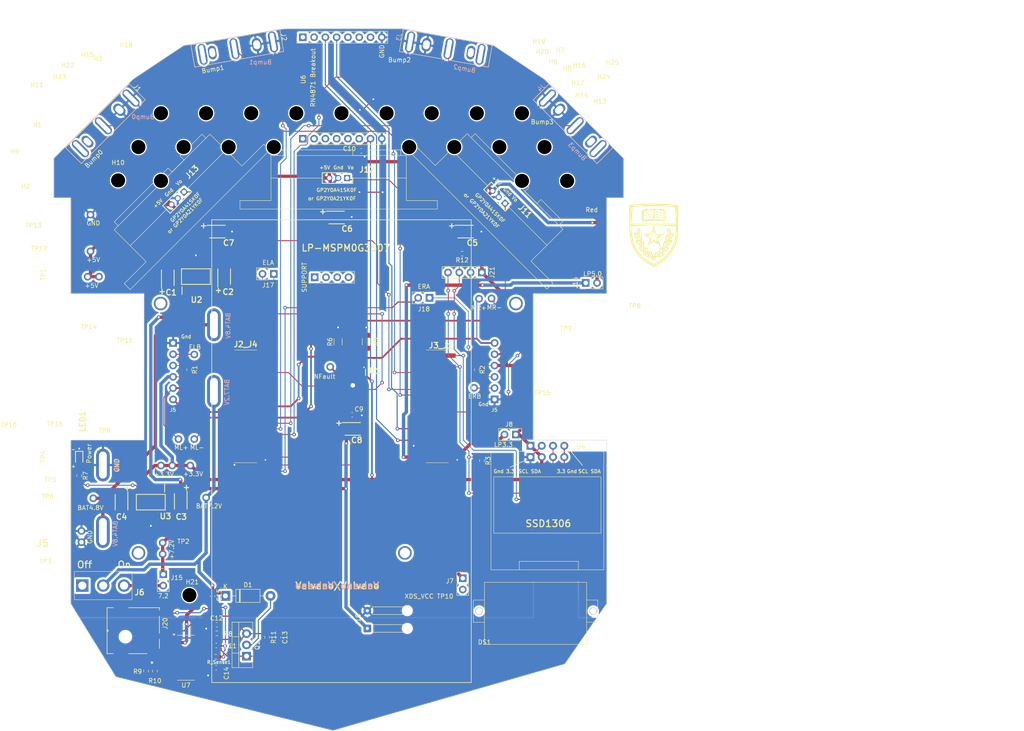
<source format=kicad_pcb>
(kicad_pcb (version 20240108) (generator "pcbnew") (generator_version "8.0")
  (title_block (title "Robotics System Learning Kit") (date "2024-08-16") (rev "V2.0.2b") (company "The University of Texas at Austin"))
  (layers (0 "F.Cu" signal) (31 "B.Cu" signal) (34 "B.Paste" user) (35 "F.Paste" user) (36 "B.SilkS" user "B.Silkscreen") (37 "F.SilkS" user "F.Silkscreen") (38 "B.Mask" user) (39 "F.Mask" user) (44 "Edge.Cuts" user))
  (net 0 "")
  (net 1 "GND")
  (net 2 "+3V3")
  (net 3 "PB9")
  (net 4 "PB15")
  (net 5 "PB8")
  (net 6 "PB7")
  (net 7 "PB6")
  (net 8 "PA13")
  (net 9 "PA25")
  (net 10 "PA8")
  (net 11 "PA26")
  (net 12 "PB24")
  (net 13 "PA27")
  (net 14 "PB2")
  (net 15 "PB3")
  (net 16 "PB12")
  (net 17 "PB17")
  (net 18 "PB0")
  (net 19 "PB16")
  (net 20 "PB19")
  (net 21 "PA22")
  (net 22 "PB18")
  (net 23 "PA18")
  (net 24 "PA24")
  (net 25 "PA17")
  (net 26 "PA16")
  (net 27 "PA15")
  (net 28 "PB4")
  (net 29 "PB1")
  (net 30 "PA28")
  (net 31 "PA31")
  (net 32 "PB20")
  (net 33 "PB13")
  (net 34 "PA10")
  (net 35 "PA11")
  (net 36 "PA12")
  (net 41 "+5V")
  (net 46 "BAT7.2V")
  (net 47 "MR+")
  (net 48 "BAT4.8V")
  (net 49 "+7.2V")
  (net 50 "MR-")
  (net 51 "ML-")
  (net 52 "ML+")
  (net 53 "/LP3_3")
  (net 54 "PA9")
  (net 55 "Net-(LED1-A)")
  (net 62 "Net-(U1-ISEN12)")
  (net 63 "Net-(U1-ISEN34)")
  (net 64 "Net-(TP11-A)")
  (net 66 "/VBUS")
  (net 67 "/ELB")
  (net 68 "/ERB")
  (net 69 "Net-(J15-B)")
  (net 70 "/ERA")
  (net 71 "/ELA")
  (net 72 "Net-(Q1-E)")
  (net 73 "Net-(U7-GND)")
  (net 74 "/Charge Circuit/V+")
  (net 75 "/Charge Circuit/DRV")
  (net 76 "Net-(U7-CC)")
  (net 77 "Net-(D1-A)")
  (net 78 "/Charge Circuit/REF")
  (net 79 "/Charge Circuit/TEMP")
  (footprint "RSLK2:APT1608CGCK" (layer "F.Cu") (at 50.165 120.967 -90)
    (property "Reference" "LED1")
    (property "Value" "3.3V" (hide yes))
  )
  (footprint "RSLK2:MountingHole_4_40" (layer "F.Cu") (at 160.02 58.42)
    (property "Reference" "H13")
    (property "Value" "~")
  )
  (footprint "RSLK2:Testpoint_1x1" (layer "F.Cu") (at 72.517 116.586)
    (property "Reference" "TP10")
    (property "Value" "ML+")
  )
  (footprint "LOGO" (layer "F.Cu") (at 180.34 71.12)
    (property "Reference" "G***" (hide yes))
    (property "Value" "LOGO" (hide yes))
  )
  (footprint "RSLK2:PinHeader_1x02_P2.54mm_Vertical" (layer "F.Cu") (at 69.088 147.066)
    (property "Reference" "J15")
    (property "Value" "7.2")
  )
  (footprint "RSLK2:D2F-01L30-D3_5pin" (layer "F.Cu") (at 87.63 28.194 -80)
    (property "Reference" "J2")
    (property "Value" "Bump1")
  )
  (footprint "RSLK2:R_0603_1608Metric" (layer "F.Cu") (at 81.14 160.36)
    (property "Reference" "R8")
    (property "Value" "1.4k" (hide yes))
  )
  (footprint "RSLK2:C_0603_1608Metric" (layer "F.Cu") (at 81.005 168.09)
    (property "Reference" "C14")
    (property "Value" "0.01uF" (hide yes))
  )
  (footprint "RSLK2:R_0603_1608Metric" (layer "F.Cu") (at 136.387 74.83 180)
    (property "Reference" "R12")
    (property "Value" "1.5k")
  )
  (footprint "RSLK2:R_0603_1608Metric" (layer "F.Cu") (at 67.21 168.86 90)
    (property "Reference" "R10")
    (property "Value" "22K")
  )
  (footprint "RSLK2:Testpoint_1x1" (layer "F.Cu") (at 78.74 129.794)
    (property "Reference" "TP5")
    (property "Value" "BAT7.2V")
  )
  (footprint "RSLK2:MountingHole_4_40" (layer "F.Cu") (at 68.58 58.42)
    (property "Reference" "H9")
    (property "Value" "~")
  )
  (footprint "RSLK2:MountingHole_4_40" (layer "F.Cu") (at 68.58 43.18)
    (property "Reference" "H23")
    (property "Value" "~")
  )
  (footprint "Connector_Wire:SolderWire-0.15sqmm_1x02_P4mm_D0.5mm_OD1.5mm_Relief" (layer "F.Cu") (at 115.035 159.26 90)
    (property "Reference" "J19")
    (property "Value" "Voltage Display Port")
  )
  (footprint "RSLK2:CAPPM3528X210N" (layer "F.Cu") (at 73.025 130.63 -90)
    (property "Reference" "C3")
    (property "Value" "10uF" (hide yes))
  )
  (footprint "VoltageDisplay:RN4871_eval" (layer "F.Cu") (at 120.06 50.92 90)
    (property "Reference" "U6")
    (property "Value" "RN4871")
  )
  (footprint "RSLK2:MountingHole_4_40" (layer "F.Cu") (at 73.66 50.8)
    (property "Reference" "H1")
    (property "Value" "~")
  )
  (footprint "RSLK2:C_0603_1608Metric" (layer "F.Cu") (at 95.06 161.3 -90)
    (property "Reference" "C13")
    (property "Value" "0.01uF")
  )
  (footprint "Diode_THT:D_DO-41_SOD81_P10.16mm_Horizontal" (layer "F.Cu") (at 83.075 151.92)
    (property "Reference" "D1")
    (property "Value" "1N4001")
  )
  (footprint "RSLK2:54-00127_TEN" (layer "F.Cu") (at 66.87 164.42 90)
    (property "Reference" "J20")
    (property "Value" "Barrel_Jack")
  )
  (footprint "RSLK2:C_0603_1608Metric" (layer "F.Cu") (at 81.13 158.44 180)
    (property "Reference" "C12")
    (property "Value" "1uF" (hide yes))
  )
  (footprint "RSLK2:SHDR3W50P0X200_1X3_650X240X440P" (layer "F.Cu") (at 146.05 63.5 135)
    (property "Reference" "J11")
    (property "Value" "GP2Y0A41SK0F" (hide yes))
  )
  (footprint "RSLK2:CAPPM3528X210N" (layer "F.Cu") (at 137.16 69.85)
    (property "Reference" "C5")
    (property "Value" "10uF" (hide yes))
  )
  (footprint "RSLK2:Testpoint_1x02_P2.54mm" (layer "F.Cu") (at 68.961 142.499 180)
    (property "Reference" "TP2")
    (property "Value" "+7.2V")
  )
  (footprint "RSLK2:Testpoint_1x1" (layer "F.Cu") (at 106.68 100.33)
    (property "Reference" "TP11")
    (property "Value" "NFault")
  )
  (footprint "RSLK2:CAPPM3528X210N" (layer "F.Cu") (at 81.28 69.85)
    (property "Reference" "C7")
    (property "Value" "10uF" (hide yes))
  )
  (footprint "Package_TO_SOT_THT:TO-220-3_Vertical" (layer "F.Cu") (at 87.845 165.51 90)
    (property "Reference" "Q1")
    (property "Value" "TIP42A")
  )
  (footprint "RSLK2:MountingHole_4_40" (layer "F.Cu") (at 88.9 43.18)
    (property "Reference" "H15")
    (property "Value" "~")
  )
  (footprint "RSLK2:Testpoint_1x1" (layer "F.Cu") (at 143.006 84.914)
    (property "Reference" "TP8")
    (property "Value" "MR-")
  )
  (footprint "RSLK2:500SSP1S2M2QEA" (layer "F.Cu") (at 50.8635 149.606)
    (property "Reference" "J6")
    (property "Value" "500SSP1S2M2QEA" (hide yes))
  )
  (footprint "RSLK2:R_0603_1608Metric" (layer "F.Cu") (at 139.7 100.965 -90)
    (property "Reference" "R2")
    (property "Value" "4.7k")
  )
  (footprint "RSLK2:C_0603_1608Metric" (layer "F.Cu") (at 81.04 163.12)
    (property "Reference" "C11")
    (property "Value" "10uF" (hide yes))
  )
  (footprint "RSLK2:Testpoint_1x1" (layer "F.Cu") (at 52.705 66.04)
    (property "Reference" "TP13")
    (property "Value" "GND")
  )
  (footprint "RSLK2:Testpoint_1x1" (layer "F.Cu") (at 140.187 84.98)
    (property "Reference" "TP7")
    (property "Value" "MR+")
  )
  (footprint "RSLK2:MountingHole_4_40" (layer "F.Cu") (at 144.78 50.8)
    (property "Reference" "H8")
    (property "Value" "~")
  )
  (footprint "RSLK2:CAPPM3528X210N" (layer "F.Cu") (at 70.104 80.264 90)
    (property "Reference" "C1")
    (property "Value" "10uF" (hide yes))
  )
  (footprint "RSLK2:C_0603_1608Metric" (layer "F.Cu") (at 113.685 51.66)
    (property "Reference" "C10")
    (property "Value" "10uF")
  )
  (footprint "RSLK2:C_0603_1608Metric" (layer "F.Cu") (at 111.62 111.125)
    (property "Reference" "C9")
    (property "Value" "0.1uF")
  )
  (footprint "RSLK2:MountingHole_4_40" (layer "F.Cu") (at 134.62 50.8)
    (property "Reference" "H7")
    (property "Value" "~")
  )
  (footprint "RSLK2:MountingHole_4_40" (layer "F.Cu") (at 83.82 50.8)
    (property "Reference" "H2")
    (property "Value" "~")
  )
  (footprint "RSLK2:MountingHole_4_40" (layer "F.Cu") (at 149.86 43.18)
    (property "Reference" "H25")
    (property "Value" "~")
  )
  (footprint "RSLK2:PinHeader_1x02_P2.54mm_Vertical" (layer "F.Cu") (at 93.98 79.375 -90)
    (property "Reference" "J17")
    (property "Value" "ELA")
  )
  (footprint "RSLK2:MountingHole_4_40" (layer "F.Cu") (at 119.38 43.18)
    (property "Reference" "H20")
    (property "Value" "~")
  )
  (footprint "RSLK2:SHDR3W50P0X200_1X3_650X240X440P" (layer "F.Cu") (at 73.768949 60.914872 -135)
    (property "Reference" "J13")
    (property "Value" "GP2Y0A41SK0F" (hide yes))
  )
  (footprint "RSLK2:Testpoint_1x1" (layer "F.Cu") (at 52.705 74.295)
    (property "Reference" "TP12")
    (property "Value" "+5V")
  )
  (footprint "RSLK2:D2F-01L30-D3_5pin" (layer "F.Cu") (at 57.404 44.196 -45)
    (property "Reference" "J1")
    (property "Value" "Bump0")
  )
  (footprint "Connector_PinHeader_2.54mm:PinHeader_1x04_P2.54mm_Vertical" (layer "F.Cu") (at 140.827 79.06 -90)
    (property "Reference" "J21")
    (property "Value" "Reflector I2C")
  )
  (footprint "RSLK2:MountingHole_4_40" (layer "F.Cu") (at 124.46 50.8)
    (property "Reference" "H6")
    (property "Value" "~")
  )
  (footprint "RSLK2:LaunchPad" (layer "F.Cu") (at 87.645 109.22 90)
    (property "Reference" "J2_J4")
    (property "Value" "LaunchPad" (hide yes))
  )
  (footprint "RSLK2:SOP65P640X120-17N" (layer "F.Cu") (at 111.76 104.495 -90)
    (property "Reference" "U1")
    (property "Value" "DRV8847PWPR" (hide yes))
  )
  (footprint "RSLK2:CAPPM3528X210N" (layer "F.Cu") (at 59.69 130.81 -90)
    (property "Reference" "C4")
    (property "Value" "10uF" (hide yes))
  )
  (footprint "RSLK2:MountingHole_4_40" (layer "F.Cu") (at 63.5 50.8)
    (property "Reference" "H11")
    (property "Value" "~")
  )
  (footprint "Package_SO:SOIC-16_3.9x9.9mm_P1.27mm" (layer "F.Cu") (at 74.21 165.86)
    (property "Reference" "U7")
    (property "Value" "MAX712CSE")
  )
  (footprint "RSLK2:LaunchPad" (layer "F.Cu") (at 130.825 109.22 90)
    (property "Reference" "J3_J1")
    (property "Value" "LaunchPad" (hide yes))
  )
  (footprint "RSLK2:Testpoint_1x1" (layer "F.Cu") (at 139.065 105.048)
    (property "Reference" "TP15")
    (property "Value" "ERB")
  )
  (footprint "RSLK2:MountingHole_4_40" (layer "F.Cu") (at 58.92 58.31)
    (property "Reference" "H10")
    (property "Value" "~")
  )
  (footprint "RSLK2:R_0603_1608Metric" (layer "F.Cu") (at 80.935 165.65)
    (property "Reference" "R_Sense1")
    (property "Value" "590m" (hide yes))
  )
  (footprint "Connector_PinHeader_2.54mm:PinHeader_1x04_P2.54mm_Vertical" (layer "F.Cu") (at 103.187 80.14 90)
    (property "Reference" "SUPPORT")
    (property "Value" "PinHeader_1x04_P2.54mm_Vertical")
  )
  (footprint "RSLK2:R_0603_1608Metric" (layer "F.Cu") (at 50.165 124.841 -90)
    (property "Reference" "R7")
    (property "Value" "750")
  )
  (footprint "RSLK2:CAPPM3528X210N" (layer "F.Cu") (at 111.76 114.3)
    (property "Reference" "C8")
    (property "Value" "10uF" (hide yes))
  )
  (footprint "RSLK2:PinHeader_1x02_P2.54mm_Vertical" (layer "F.Cu") (at 148.463 115.57 -90)
    (property "Reference" "J8")
    (property "Value" "LP3.3")
  )
  (footprint "RSLK2:Testpoint_1x02_P2.54mm" (layer "F.Cu") (at 68.58 122.555 90)
    (property "Reference" "TP4")
    (property "Value" "+3.3V")
  )
  (footprint "RSLK2:MountingHole_4_40" (layer "F.Cu") (at 99.06 43.18)
    (property "Reference" "H18")
    (property "Value" "~")
  )
  (footprint "RSLK2:PinHeader_1x02_P2.54mm_Vertical" (layer "F.Cu") (at 136.525 147.955)
    (property "Reference" "J7")
    (property "Value" "XDS_VCC TP10")
  )
  (footprint "RSLK2:RSLK_Chassis" (layer "F.Cu") (at 63.5 142.25)
    (property "Reference" "J5")
    (property "Value" "RSLK2")
  )
  (footprint "RSLK2:MountingHole_4_40" (layer "F.Cu") (at 149.86 58.42)
    (property "Reference" "H17")
    (property "Value" "~")
  )
  (footprint "RSLK2:C_0603_1608Metric" (layer "F.Cu") (at 80.19 152.02 -90)
    (property "Reference" "C15")
    (property "Value" "10uF")
  )
  (footprint "RSLK2:R_0603_1608Metric" (layer "F.Cu") (at 140.843 121.475 90)
    (property "Reference" "R3")
    (property "Value" "1.5k")
  )
  (footprint "RSLK2:R_0603_1608Metric" (layer "F.Cu") (at 92.475 161.24 -90)
    (property "Reference" "R11")
    (property "Value" "150")
  )
  (footprint "RSLK2:MountingHole_4_40" (layer "F.Cu") (at 129.54 43.18)
    (property "Reference" "H16")
    (property "Value" "~")
  )
  (footprint "RSLK2:SHDR3W50P0X200_1X3_650X240X440P" (layer "F.Cu") (at 110.49 57.785 180)
    (property "Reference" "J12")
    (property "Value" "GP2Y0A41SK0F" (hide yes))
  )
  (footprint "RSLK2:R_1206_3216Metric" (layer "F.Cu") (at 114.808 94.6805 90)
    (property "Reference" "R5")
    (property "Value" "0.1")
  )
  (footprint "RSLK2:SSD1306" (layer "F.Cu") (at 147.955 125.73)
    (property "Reference" "U4")
    (property "Value" "SSD1306")
  )
  (footprint "RSLK2:Testpoint_1x1" (layer "F.Cu") (at 76.073 116.586)
    (property "Reference" "TP9")
    (property "Value" "ML-")
  )
  (footprint "RSLK2:PinHeader_1x02_P2.54mm_Vertical" (layer "F.Cu") (at 164.211 81.407 90)
    (property "Reference" "J16")
    (property "Value" "LP5.0")
  )
  (footprint "RSLK2:SOT230P700X180-4N" (layer "F.Cu") (at 76.44 79.985 90)
    (property "Reference" "U2")
    (property "Value" "LM2937IMP-5.0_NOPB" (hide yes))
  )
  (footprint "RSLK2:R_0603_1608Metric" (layer "F.Cu") (at 74.93 100.965 -90)
    (property "Reference" "R1")
    (property "Value" "4.7k")
  )
  (footprint "RSLK2:R_1206_3216Metric" (layer "F.Cu") (at 108.458 94.6805 90)
    (property "Reference" "R6")
    (property "Value" "0.1")
  )
  (footprint "RSLK2:CAPPM3528X210N" (layer "F.Cu") (at 108.13 66.675)
    (property "Reference" "C6")
    (property "Value" "10uF" (hide yes))
  )
  (footprint "RSLK2:CAPPM3528X210N" (layer "F.Cu") (at 82.804 80.01 90)
    (property "Reference" "C2")
    (property "Value" "10uF" (hide yes))
  )
  (footprint "RSLK2:MountingHole_4_40" (layer "F.Cu") (at 93.98 50.8)
    (property "Reference" "H3")
    (property "Value" "~")
  )
  (footprint "RSLK2:MountingHole_4_40" (layer "F.Cu") (at 78.74 43.18)
    (property "Reference" "H22")
    (property "Value" "~")
  )
  (footprint "RSLK2:Testpoint_1x1" (layer "F.Cu") (at 76.073 97.536)
    (property "Reference" "TP14")
    (property "Value" "ELB")
  )
  (footprint "RSLK2:Testpoint_1x1" (layer "F.Cu") (at 53.34 129.94)
    (property "Reference" "TP6")
    (property "Value" "BAT4.8V")
  )
  (footprint "RSLK2:R_0603_1608Metric" (layer "F.Cu") (at 65.21 168.86 -90)
    (property "Reference" "R9")
    (property "Value" "68K")
  )
  (footprint "RSLK2:MountingHole_4_40" (layer "F.Cu") (at 109.22 43.18)
    (property "Reference" "H19")
    (property "Value" "~")
  )
  (footprint "VoltageDisplay:PRT-14313" (layer "F.Cu") (at 141.41 162.86)
    (property "Reference" "DS1")
    (property "Value" "~")
  )
  (footprint "RSLK2:SOT230P700X180-4N" (layer "F.Cu") (at 66.28 130.81 -90)
    (property "Reference" "U3")
    (property "Value" "LM2937IMP-3.3_NOPB" (hide yes))
  )
  (footprint "RSLK2:MountingHole_4_40" (layer "F.Cu") (at 74.99 151.75)
    (property "Reference" "H21")
    (property "Value" "~")
  )
  (footprint "RSLK2:Testpoint_1x02_P2.54mm" (layer "F.Cu") (at 50.673 139.827 180)
    (property "Reference" "TP3")
    (property "Value" "GND")
  )
  (footprint "RSLK2:MountingHole_4_40" (layer "F.Cu") (at 154.94 50.8)
    (property "Reference" "H14")
    (property "Value" "~")
  )
  (footprint "RSLK2:MountingHole_4_40" (layer "F.Cu") (at 139.7 43.18)
    (property "Reference" "H24")
    (property "Value" "~")
  )
  (footprint "RSLK2:PinHeader_1x02_P2.54mm_Vertical" (layer "F.Cu") (at 129.032 84.77 -90)
    (property "Reference" "J18")
    (property "Value" "ERA")
  )
  (footprint "RSLK2:Testpoint_1x1" (layer "F.Cu") (at 75.184 122.555)
    (property "Reference" "TP16")
    (property "Value" "+3.3V")
  )
  (footprint "RSLK2:Testpoint_1x02_P2.54mm" (layer "F.Cu") (at 52.07 80.01 90)
    (property "Reference" "TP1")
    (property "Value" "+5V")
  )
  (footprint "RSLK2:D2F-01L30-D3_5pin" (layer "B.Cu") (at 160.02 44.196 -135)
    (property "Reference" "J4")
    (property "Value" "Bump3")
  )
  (footprint "RSLK2:D2F-01L30-D3_5pin" (layer "B.Cu") (at 130.8354 28.194 -100)
    (property "Reference" "J3")
    (property "Value" "Bump2")
  )
  (gr_line (start 150.241 121.539) (end 147.193 122.936) (stroke (width 0.15)) (layer "F.SilkS"))
  (gr_line (start 163.449 122.4915) (end 160.401 118.8085) (stroke (width 0.15)) (layer "F.SilkS"))
  (gr_rect (start 80.01 67.183) (end 138.43 171.45) (stroke (width 0.15)) (fill none) (layer "F.SilkS"))
  (gr_line (start 168.91 62.23) (end 172.72 62.23) (stroke (width 0.1)) (layer "Edge.Cuts"))
  (gr_line (start 172.72 53.34) (end 154.94 35.56) (stroke (width 0.1)) (layer "Edge.Cuts"))
  (gr_line (start 44.45 62.23) (end 48.26 62.23) (stroke (width 0.1)) (layer "Edge.Cuts"))
  (gr_line (start 107.31 182.26) (end 159.51 167.26) (stroke (width 0.1)) (layer "Edge.Cuts"))
  (gr_line (start 168.91 153.67) (end 168.91 116.84) (stroke (width 0.1)) (layer "Edge.Cuts"))
  (gr_line (start 48.26 153.67) (end 58.41 170.16) (stroke (width 0.1)) (layer "Edge.Cuts"))
  (gr_line (start 168.91 116.84) (end 152.4 116.84) (stroke (width 0.1)) (layer "Edge.Cuts"))
  (gr_line (start 159.51 167.26) (end 168.91 153.67) (stroke (width 0.1)) (layer "Edge.Cuts"))
  (gr_line (start 73.66 27.94) (end 62.23 35.56) (stroke (width 0.1)) (layer "Edge.Cuts"))
  (gr_line (start 48.26 116.84) (end 48.26 153.67) (stroke (width 0.1)) (layer "Edge.Cuts"))
  (gr_line (start 168.91 83.82) (end 168.91 62.23) (stroke (width 0.1)) (layer "Edge.Cuts"))
  (gr_line (start 152.4 83.82) (end 168.91 83.82) (stroke (width 0.1)) (layer "Edge.Cuts"))
  (gr_line (start 152.4 116.84) (end 152.4 83.82) (stroke (width 0.1)) (layer "Edge.Cuts"))
  (gr_line (start 48.26 62.23) (end 48.26 83.82) (stroke (width 0.1)) (layer "Edge.Cuts"))
  (gr_line (start 96.52 24.13) (end 73.66 27.94) (stroke (width 0.1)) (layer "Edge.Cuts"))
  (gr_line (start 44.45 53.34) (end 44.45 62.23) (stroke (width 0.1)) (layer "Edge.Cuts"))
  (gr_line (start 58.41 170.16) (end 107.31 182.26) (stroke (width 0.1)) (layer "Edge.Cuts"))
  (gr_line (start 154.94 35.56) (end 143.51 27.94) (stroke (width 0.1)) (layer "Edge.Cuts"))
  (gr_line (start 62.23 35.56) (end 44.45 53.34) (stroke (width 0.1)) (layer "Edge.Cuts"))
  (gr_line (start 143.51 27.94) (end 123.19 24.13) (stroke (width 0.1)) (layer "Edge.Cuts"))
  (gr_line (start 64.77 116.84) (end 48.26 116.84) (stroke (width 0.1)) (layer "Edge.Cuts"))
  (gr_line (start 64.77 83.82) (end 64.77 116.84) (stroke (width 0.1)) (layer "Edge.Cuts"))
  (gr_line (start 48.26 83.82) (end 64.77 83.82) (stroke (width 0.1)) (layer "Edge.Cuts"))
  (gr_line (start 123.19 24.13) (end 96.52 24.13) (stroke (width 0.1)) (layer "Edge.Cuts"))
  (gr_line (start 172.72 62.23) (end 172.72 53.34) (stroke (width 0.1)) (layer "Edge.Cuts"))
  (gr_text "GND" (at 58.547 122.428 90) (layer "B.SilkS") (effects (font (size 1 1)) (justify mirror)))
  (gr_text "Bump0" (at 67.183 44.577 0) (layer "B.SilkS") (effects (font (size 1 1)) (justify left bottom mirror)))
  (gr_text "Valvano/Valvano" (at 117.856 150.495 0) (layer "B.SilkS") (effects (font (size 1.5 1.5) (thickness 0.3) (bold yes)) (justify left bottom mirror)))
  (gr_text "Bump1" (at 93.599 32.258 0) (layer "B.SilkS") (effects (font (size 1 1)) (justify left bottom mirror)))
  (gr_text "BAT4.8V" (at 83.693 91.059 90) (layer "B.SilkS") (effects (font (size 1 1)) (justify mirror)))
  (gr_text "BAT4.8V" (at 58.293 137.922 90) (layer "B.SilkS") (effects (font (size 1 1)) (justify mirror)))
  (gr_text "BAT7.2V" (at 83.439 106.045 90) (layer "B.SilkS") (effects (font (size 1 1)) (justify mirror)))
  (gr_text "Power" (at 52.959 122.174 90) (layer "F.SilkS") (effects (font (size 1 1)) (justify left bottom)))
  (gr_text "GP2Y0A41SK0F" (at 139.065 61.595 315) (layer "F.SilkS") (effects (font (size 0.8 0.8) (thickness 0.15) (bold yes)) (justify left bottom)))
  (gr_text "Off" (at 49.53 145.796 0) (layer "F.SilkS") (effects (font (size 1.524 1.524) (thickness 0.254) (bold yes)) (justify left bottom)))
  (gr_text "Bump3" (at 151.765 45.72 0) (layer "F.SilkS") (effects (font (size 1 1)) (justify left bottom)))
  (gr_text "SCL" (at 148.971 124.333 0) (layer "F.SilkS") (effects (font (size 0.8 0.8) (thickness 0.15) (bold yes)) (justify left bottom)))
  (gr_text "J5" (at 70.485 110.49 0) (layer "F.SilkS") (effects (font (size 0.8 0.8) (thickness 0.15) (bold yes)) (justify left bottom)))
  (gr_text "+5V" (at 104.14 55.88 0) (layer "F.SilkS") (effects (font (size 0.8 0.8) (thickness 0.15) (bold yes)) (justify left bottom)))
  (gr_text "Gnd" (at 73.025 93.98 0) (layer "F.SilkS") (effects (font (size 0.8 0.8) (thickness 0.15) (bold yes)) (justify left bottom)))
  (gr_text "-" (at 48.26 119.38 0) (layer "F.SilkS") (effects (font (size 0.8 0.8) (thickness 0.15) (bold yes)) (justify left bottom)))
  (gr_text "SCL" (at 162.433 124.333 0) (layer "F.SilkS") (effects (font (size 0.8 0.8) (thickness 0.15) (bold yes)) (justify left bottom)))
  (gr_text "Gnd" (at 139.954 109.22 0) (layer "F.SilkS") (effects (font (size 0.8 0.8) (thickness 0.15) (bold yes)) (justify left bottom)))
  (gr_text "Gnd" (at 107.315 55.88 0) (layer "F.SilkS") (effects (font (size 0.8 0.8) (thickness 0.15) (bold yes)) (justify left bottom)))
  (gr_text "Red" (at 164.084 65.532 0) (layer "F.SilkS") (effects (font (size 1 1)) (justify left bottom)))
  (gr_text "Gnd" (at 145.415 60.325 -45) (layer "F.SilkS") (effects (font (size 0.8 0.8) (thickness 0.15) (bold yes)) (justify left bottom)))
  (gr_text "Gnd" (at 143.383 124.333 0) (layer "F.SilkS") (effects (font (size 0.8 0.8) (thickness 0.15) (bold yes)) (justify left bottom)))
  (gr_text "or GP2Y0A21YK0F" (at 101.6 62.865 0) (layer "F.SilkS") (effects (font (size 0.8 0.8) (thickness 0.15) (bold yes)) (justify left bottom)))
  (gr_text "Gnd" (at 69.85 62.23 45) (layer "F.SilkS") (effects (font (size 0.8 0.8) (thickness 0.15) (bold yes)) (justify left bottom)))
  (gr_text "Valvano/Valvano" (at 98.679 150.495 0) (layer "F.SilkS") (effects (font (size 1.5 1.5) (thickness 0.3) (bold yes)) (justify left bottom)))
  (gr_text "GP2Y0A41SK0F" (at 71.12 67.945 45) (layer "F.SilkS") (effects (font (size 0.8 0.8) (thickness 0.15) (bold yes)) (justify left bottom)))
  (gr_text "GND" (at 118.31 29.26 90) (layer "F.SilkS") (effects (font (size 1 1))))
  (gr_text "J5" (at 142.875 110.49 0) (layer "F.SilkS") (effects (font (size 0.8 0.8) (thickness 0.15) (bold yes)) (justify left bottom)))
  (gr_text "Gnd" (at 159.893 124.333 0) (layer "F.SilkS") (effects (font (size 0.8 0.8) (thickness 0.15) (bold yes)) (justify left bottom)))
  (gr_text "Vo" (at 110.49 55.88 0) (layer "F.SilkS") (effects (font (size 0.8 0.8) (thickness 0.15) (bold yes)) (justify left bottom)))
  (gr_text "SDA" (at 151.765 124.333 0) (layer "F.SilkS") (effects (font (size 0.8 0.8) (thickness 0.15) (bold yes)) (justify left bottom)))
  (gr_text "RN4871 Breakout" (at 102.81 35.16 90) (layer "F.SilkS") (effects (font (size 1 1))))
  (gr_text "or GP2Y0A21YK0F" (at 136.525 61.595 315) (layer "F.SilkS") (effects (font (size 0.8 0.8) (thickness 0.15) (bold yes)) (justify left bottom)))
  (gr_text "GND" (at 58.674 122.555 90) (layer "F.SilkS") (effects (font (size 1 1))))
  (gr_text "3.3" (at 157.607 124.333 0) (layer "F.SilkS") (effects (font (size 0.8 0.8) (thickness 0.15) (bold yes)) (justify left bottom)))
  (gr_text "Bump2" (at 119.634 31.75 0) (layer "F.SilkS") (effects (font (size 1 1)) (justify left bottom)))
  (gr_text "GP2Y0A41SK0F" (at 103.505 60.96 0) (layer "F.SilkS") (effects (font (size 0.8 0.8) (thickness 0.15) (bold yes)) (justify left bottom)))
  (gr_text "or GP2Y0A21YK0F" (at 70.485 70.485 45) (layer "F.SilkS") (effects (font (size 0.8 0.8) (thickness 0.15) (bold yes)) (justify left bottom)))
  (gr_text "On" (at 58.674 145.796 0) (layer "F.SilkS") (effects (font (size 1.524 1.524) (thickness 0.254) (bold yes)) (justify left bottom)))
  (gr_text "Vo" (at 147.32 62.23 -45) (layer "F.SilkS") (effects (font (size 0.8 0.8) (thickness 0.15) (bold yes)) (justify left bottom)))
  (gr_text "+5V" (at 67.31 64.77 45) (layer "F.SilkS") (effects (font (size 0.8 0.8) (thickness 0.15) (bold yes)) (justify left bottom)))
  (gr_text "Vo" (at 72.39 59.69 45) (layer "F.SilkS") (effects (font (size 0.8 0.8) (thickness 0.15) (bold yes)) (justify left bottom)))
  (gr_text "LP-MSPM0G3507" (at 100.076 74.422 0) (layer "F.SilkS") (effects (font (size 1.524 1.524) (thickness 0.254) (bold yes)) (justify left bottom)))
  (gr_text "SSD1306" (at 150.495 136.525 0) (layer "F.SilkS") (effects (font (size 1.524 1.524) (thickness 0.254) (bold yes)) (justify left bottom)))
  (gr_text "3.3" (at 146.177 124.333 0) (layer "F.SilkS") (effects (font (size 0.8 0.8) (thickness 0.15) (bold yes)) (justify left bottom)))
  (gr_text "SDA" (at 165.227 124.333 0) (layer "F.SilkS") (effects (font (size 0.8 0.8) (thickness 0.15) (bold yes)) (justify left bottom)))
  (gr_text "+" (at 48.26 123.19 0) (layer "F.SilkS") (effects (font (size 0.8 0.8) (thickness 0.15) (bold yes)) (justify left bottom)))
  (gr_text "+5V" (at 142.875 57.785 -45) (layer "F.SilkS") (effects (font (size 0.8 0.8) (thickness 0.15) (bold yes)) (justify left bottom)))
  (segment (start 114.46 52.91) (end 114.46 51.66) (width 0.25) (layer "F.Cu") (net 1))
  (segment (start 71.465 168.035) (end 71.735 167.765) (width 0.25) (layer "F.Cu") (net 1))
  (segment (start 128.3 118.11) (end 125.476 118.11) (width 0.75) (layer "F.Cu") (net 1))
  (segment (start 59.69 132.26) (end 64.58 132.26) (width 0.75) (layer "F.Cu") (net 1))
  (segment (start 79.18 169.85) (end 80.8 169.85) (width 0.25) (layer "F.Cu") (net 1))
  (segment (start 128.333988 27.752934) (end 127.447934 27.752934) (width 0.25) (layer "F.Cu") (net 1))
  (segment (start 138.61 69.85) (end 140.716 69.85) (width 0.75) (layer "F.Cu") (net 1))
  (segment (start 81.78 167.32) (end 80.11 165.65) (width 0.25) (layer "F.Cu") (net 1))
  (segment (start 111.353 104.902) (end 111.76 104.495) (width 0.4) (layer "F.Cu") (net 1))
  (segment (start 112.085 104.82) (end 111.76 104.495) (width 0.4) (layer "F.Cu") (net 1))
  (segment (start 66.28 127.66) (end 66.28 133.96) (width 0.75) (layer "F.Cu") (net 1))
  (segment (start 70.104 78.814) (end 74.461 78.814) (width 0.75) (layer "F.Cu") (net 1))
  (segment (start 73.979999 166.495) (end 76.685 166.495) (width 0.25) (layer "F.Cu") (net 1))
  (segment (start 113.665 111.125) (end 113.792 111.252) (width 0.75) (layer "F.Cu") (net 1))
  (segment (start 76.44 76.835) (end 76.44 75.198) (width 0.75) (layer "F.Cu") (net 1))
  (segment (start 113.257 60.98) (end 118.477 60.98) (width 0.25) (layer "F.Cu") (net 1))
  (segment (start 78.165 78.56) (end 76.44 76.835) (width 0.75) (layer "F.Cu") (net 1))
  (segment (start 79.265 166.495) (end 80.11 165.65) (width 0.25) (layer "F.Cu") (net 1))
  (segment (start 85.12 120.65) (end 85.12 122.398) (width 0.75) (layer "F.Cu") (net 1))
  (segment (start 64.58 132.26) (end 66.28 133.96) (width 0.75) (layer "F.Cu") (net 1))
  (segment (start 81.78 168.09) (end 81.78 167.32) (width 0.25) (layer "F.Cu") (net 1))
  (segment (start 80.8 169.85) (end 81.78 168.87) (width 0.25) (layer "F.Cu") (net 1))
  (segment (start 79.62 158.44) (end 78.76 159.3) (width 0.25) (layer "F.Cu") (net 1))
  (segment (start 80.355 158.44) (end 79.62 158.44) (width 0.25) (layer "F.Cu") (net 1))
  (segment (start 112.735 105.47) (end 112.735 107.433) (width 0.4) (layer "F.Cu") (net 1))
  (segment (start 113.21 114.3) (end 113.21 111.834) (width 0.75) (layer "F.Cu") (net 1))
  (segment (start 66.28 133.96) (end 66.28 136.13) (width 0.75) (layer "F.Cu") (net 1))
  (segment (start 111.76 104.495) (end 112.735 105.47) (width 0.4) (layer "F.Cu") (net 1))
  (segment (start 67.21 168.035) (end 71.465 168.035) (width 0.25) (layer "F.Cu") (net 1))
  (segment (start 111.252 104.902) (end 111.353 104.902) (width 0.4) (layer "F.Cu") (net 1))
  (segment (start 76.454 75.184) (end 76.44 75.198) (width 0.75) (layer "F.Cu") (net 1))
  (segment (start 110.785 107.433) (end 110.785 105.47) (width 0.4) (layer "F.Cu") (net 1))
  (segment (start 114.808 93.218) (end 114.808 91.44) (width 0.4) (layer "F.Cu") (net 1))
  (segment (start 113.357 42.43) (end 113.987 42.43) (width 0.25) (layer "F.Cu") (net 1))
  (segment (start 82.73 69.85) (end 84.582 69.85) (width 0.75) (layer "F.Cu") (net 1))
  (segment (start 66.28 136.13) (end 66.294 136.144) (width 0.75) (layer "F.Cu") (net 1))
  (segment (start 72.709999 167.765) (end 73.979999 166.495) (width 0.25) (layer "F.Cu") (net 1))
  (segment (start 112.085 107.433) (end 112.085 104.82) (width 0.4) (layer "F.Cu") (net 1))
  (segment (start 113.987 42.43) (end 116.387 40.03) (width 0.25) (layer "F.Cu") (net 1))
  (segment (start 109.58 66.675) (end 111.379 66.675) (width 0.75) (layer "F.Cu") (net 1))
  (segment (start 76.685 166.495) (end 79.265 166.495) (width 0.25) (layer "F.Cu") (net 1))
  (segment (start 50.165 120.142) (end 50.165 118.745) (width 0.2) (layer "F.Cu") (net 1))
  (segment (start 111.252 105.003) (end 111.252 104.902) (width 0.4) (layer "F.Cu") (net 1))
  (segment (start 76.44 83.135) (end 76.44 76.835) (width 0.75) (layer "F.Cu") (net 1))
  (segment (start 108.458 93.218) (end 108.458 91.44) (width 0.4) (layer "F.Cu") (net 1))
  (segment (start 74.461 78.814) (end 76.44 76.835) (width 0.75) (layer "F.Cu") (net 1))
  (segment (start 114.41 52.96) (end 114.46 52.91) (width 0.25) (layer "F.Cu") (net 1))
  (segment (start 82.804 78.56) (end 78.165 78.56) (width 0.75) (layer "F.Cu") (net 1))
  (segment (start 68.16 132.08) (end 66.28 133.96) (width 0.75) (layer "F.Cu") (net 1))
  (segment (start 113.21 111.834) (end 113.792 111.252) (width 0.75) (layer "F.Cu") (net 1))
  (segment (start 85.09 122.428) (end 85.12 122.398) (width 0.75) (layer "F.Cu") (net 1))
  (segment (start 81.78 168.87) (end 81.78 168.09) (width 0.25) (layer "F.Cu") (net 1))
  (segment (start 111.379 66.675) (end 111.506 66.548) (width 0.75) (layer "F.Cu") (net 1))
  (segment (start 71.735 167.765) (end 72.709999 167.765) (width 0.25) (layer "F.Cu") (net 1))
  (segment (start 73.025 132.08) (end 68.16 132.08) (width 0.75) (layer "F.Cu") (net 1))
  (segment (start 110.785 105.47) (end 111.252 105.003) (width 0.4) (layer "F.Cu") (net 1))
  (segment (start 112.395 111.125) (end 113.665 111.125) (width 0.75) (layer "F.Cu") (net 1))
  (via (at 50.165 118.745) (size 0.8) (drill 0.4) (layers "F.Cu" "B.Cu") (net 1))
  (via (at 114.808 91.44) (size 0.8) (drill 0.4) (layers "F.Cu" "B.Cu") (net 1))
  (via (at 116.387 40.03) (size 0.8) (drill 0.4) (layers "F.Cu" "B.Cu") (net 1))
  (via (at 84.582 69.85) (size 0.8) (drill 0.4) (layers "F.Cu" "B.Cu") (net 1))
  (via (at 76.44 75.198) (size 0.8) (drill 0.4) (layers "F.Cu" "B.Cu") (net 1))
  (via (at 140.716 69.85) (size 0.8) (drill 0.4) (layers "F.Cu" "B.Cu") (net 1))
  (via (at 113.792 111.252) (size 0.8) (drill 0.4) (layers "F.Cu" "B.Cu") (net 1))
  (via (at 113.257 60.98) (size 0.8) (drill 0.4) (layers "F.Cu" "B.Cu") (net 1))
  (via (at 113.357 42.43) (size 0.8) (drill 0.4) (layers "F.Cu" "B.Cu") (net 1))
  (via (at 78.76 159.3) (size 0.8) (drill 0.4) (layers "F.Cu" "B.Cu") (net 1))
  (via (at 125.476 118.11) (size 0.8) (drill 0.4) (layers "F.Cu" "B.Cu") (net 1))
  (via (at 111.76 104.495) (size 1.27) (drill 1.016) (layers "F.Cu" "B.Cu") (net 1))
  (via (at 111.506 66.548) (size 0.8) (drill 0.4) (layers "F.Cu" "B.Cu") (net 1))
  (via (at 66.294 136.144) (size 0.8) (drill 0.4) (layers "F.Cu" "B.Cu") (net 1))
  (via (at 79.18 169.85) (size 0.8) (drill 0.4) (layers "F.Cu" "B.Cu") (net 1))
  (via (at 118.477 60.98) (size 0.8) (drill 0.4) (layers "F.Cu" "B.Cu") (net 1))
  (via (at 85.12 122.398) (size 0.8) (drill 0.4) (layers "F.Cu" "B.Cu") (net 1))
  (via (at 114.41 52.96) (size 0.8) (drill 0.4) (layers "F.Cu" "B.Cu") (net 1))
  (via (at 108.458 91.44) (size 0.8) (drill 0.4) (layers "F.Cu" "B.Cu") (net 1))
  (segment (start 151.765 120.65) (end 154.305 118.11) (width 0.25) (layer "B.Cu") (net 1))
  (segment (start 78.76 159.3) (end 78.73 159.33) (width 0.25) (layer "B.Cu") (net 1))
  (segment (start 146.297 100.03) (end 146.297 97.86) (width 0.75) (layer "F.Cu") (net 2))
  (segment (start 154.305 120.65) (end 154.305 123.825) (width 0.75) (layer "F.Cu") (net 2))
  (segment (start 140.827 77.53) (end 138.127 74.83) (width 0.75) (layer "F.Cu") (net 2))
  (segment (start 151.13 102.87) (end 151.13 112.903) (width 0.75) (layer "F.Cu") (net 2))
  (segment (start 148.255 100.03) (end 148.2725 100.0125) (width 0.75) (layer "F.Cu") (net 2))
  (segment (start 146.297 100.03) (end 148.255 100.03) (width 0.75) (layer "F.Cu") (net 2))
  (segment (start 52.07 127) (end 51.499 127) (width 0.2) (layer "F.Cu") (net 2))
  (segment (start 151.13 112.903) (end 148.463 115.57) (width 0.75) (layer "F.Cu") (net 2))
  (segment (start 143.6878 100.03) (end 139.81 100.03) (width 0.15) (layer "F.Cu") (net 2))
  (segment (start 116.332 125.73) (end 132.715 125.73) (width 0.75) (layer "F.Cu") (net 2))
  (segment (start 148.267 95.89) (end 148.267 95.47) (width 0.75) (layer "F.Cu") (net 2))
  (segment (start 148.267 95.47) (end 148.307 95.43) (width 0.75) (layer "F.Cu") (net 2))
  (segment (start 148.307 92.04) (end 145.147 88.88) (width 0.75) (layer "F.Cu") (net 2))
  (segment (start 67.183 122.555) (end 68.58 122.555) (width 0.75) (layer "F.Cu") (net 2))
  (segment (start 145.147 88.88) (end 145.147 83.38) (width 0.75) (layer "F.Cu") (net 2))
  (segment (start 116.078 124.714) (end 116.078 125.476) (width 0.4) (layer "F.Cu") (net 2))
  (segment (start 71.12 122.555) (end 68.58 122.555) (width 0.75) (layer "F.Cu") (net 2))
  (segment (start 75.311 122.555) (end 78.486 125.73) (width 0.75) (layer "F.Cu") (net 2))
  (segment (start 78.486 125.73) (end 116.332 125.73) (width 0.75) (layer "F.Cu") (net 2))
  (segment (start 71.12 122.555) (end 75.311 122.555) (width 0.75) (layer "F.Cu") (net 2))
  (segment (start 145.147 83.38) (end 140.827 79.06) (width 0.75) (layer "F.Cu") (net 2))
  (segment (start 62.28 129.36) (end 63.98 127.66) (width 0.75) (layer "F.Cu") (net 2))
  (segment (start 132.08 126.365) (end 132.715 125.73) (width 0.75) (layer "F.Cu") (net 2))
  (segment (start 139.81 100.03) (end 139.7 100.14) (width 0.15) (layer "F.Cu") (net 2))
  (segment (start 132.08 143.51) (end 132.08 126.365) (width 0.75) (layer "F.Cu") (net 2))
  (segment (start 116.078 103.6) (end 114.035 101.557) (width 0.4) (layer "F.Cu") (net 2))
  (segment (start 140.843 122.3) (end 140.843 125.603) (width 0.75) (layer "F.Cu") (net 2))
  (segment (start 115.75 48.92) (end 113.01 51.66) (width 0.25) (layer "F.Cu") (net 2))
  (segment (start 148.463 115.57) (end 149.225 115.57) (width 0.75) (layer "F.Cu") (net 2))
  (segment (start 140.843 125.603) (end 140.97 125.73) (width 0.75) (layer "F.Cu") (net 2))
  (segment (start 136.525 147.955) (end 132.08 143.51) (width 0.75) (layer "F.Cu") (net 2))
  (segment (start 116.078 125.476) (end 116.332 125.73) (width 0.4) (layer "F.Cu") (net 2))
  (segment (start 63.98 127.66) (end 63.98 125.758) (width 0.75) (layer "F.Cu") (net 2))
  (segment (start 146.297 97.86) (end 148.267 95.89) (width 0.75) (layer "F.Cu") (net 2))
  (segment (start 74.15 102.57) (end 74.93 101.79) (width 0.15) (layer "F.Cu") (net 2))
  (segment (start 140.827 79.06) (end 140.827 77.53) (width 0.75) (layer "F.Cu") (net 2))
  (segment (start 132.715 125.73) (end 140.97 125.73) (width 0.75) (layer "F.Cu") (net 2))
  (segment (start 152.4 125.73) (end 154.305 123.825) (width 0.75) (layer "F.Cu") (net 2))
  (segment (start 62.865 127) (end 62.23 127) (width 0.2) (layer "F.Cu") (net 2))
  (segment (start 51.499 127) (end 50.165 125.666) (width 0.2) (layer "F.Cu") (net 2))
  (segment (start 59.69 129.36) (end 62.28 129.36) (width 0.75) (layer "F.Cu") (net 2))
  (segment (start 113.01 51.66) (end 112.91 51.66) (width 0.25) (layer "F.Cu") (net 2))
  (segment (start 63.525 127.66) (end 62.865 127) (width 0.2) (layer "F.Cu") (net 2))
  (segment (start 140.97 125.73) (end 152.4 125.73) (width 0.75) (layer "F.Cu") (net 2))
  (segment (start 148.2725 100.0125) (end 151.13 102.87) (width 0.75) (layer "F.Cu") (net 2))
  (segment (start 148.307 95.43) (end 148.307 92.04) (width 0.75) (layer "F.Cu") (net 2))
  (segment (start 138.127 74.83) (end 137.212 74.83) (width 0.75) (layer "F.Cu") (net 2))
  (segment (start 149.225 115.57) (end 151.765 118.11) (width 0.75) (layer "F.Cu") (net 2))
  (segment (start 143.5 100.03) (end 146.297 100.03) (width 0.75) (layer "F.Cu") (net 2))
  (segment (start 63.98 125.758) (end 67.183 122.555) (width 0.75) (layer "F.Cu") (net 2))
  (segment (start 151.765 118.11) (end 154.305 120.65) (width 0.75) (layer "F.Cu") (net 2))
  (segment (start 59.69 129.36) (end 59.69 129.032) (width 0.75) (layer "F.Cu") (net 2))
  (segment (start 71.2978 102.57) (end 74.15 102.57) (width 0.15) (layer "F.Cu") (net 2))
  (segment (start 63.98 127.66) (end 63.525 127.66) (width 0.75) (layer "F.Cu") (net 2))
  (via (at 116.078 103.6) (size 0.8) (drill 0.4) (layers "F.Cu" "B.Cu") (net 2))
  (via (at 62.23 127) (size 0.8) (drill 0.4) (layers "F.Cu" "B.Cu") (net 2))
  (via (at 52.07 127) (size 0.8) (drill 0.4) (layers "F.Cu" "B.Cu") (net 2))
  (via (at 116.078 124.714) (size 0.8) (drill 0.4) (layers "F.Cu" "B.Cu") (net 2))
  (segment (start 68.58 118.11) (end 71.12 120.65) (width 0.75) (layer "B.Cu") (net 2))
  (segment (start 115.75 48.92) (end 115.75 103.272) (width 0.25) (layer "B.Cu") (net 2))
  (segment (start 71.12 120.65) (end 71.12 122.555) (width 0.75) (layer "B.Cu") (net 2))
  (segment (start 115.75 103.272) (end 116.078 103.6) (width 0.25) (layer "B.Cu") (net 2))
  (segment (start 116.078 103.6) (end 116.078 124.714) (width 0.4) (layer "B.Cu") (net 2))
  (segment (start 71.5 102.57) (end 70.15 102.57) (width 0.75) (layer "B.Cu") (net 2))
  (segment (start 62.23 127) (end 52.07 127) (width 0.2) (layer "B.Cu") (net 2))
  (segment (start 68.58 104.14) (end 68.58 118.11) (width 0.75) (layer "B.Cu") (net 2))
  (segment (start 70.15 102.57) (end 68.58 104.14) (width 0.75) (layer "B.Cu") (net 2))
  (segment (start 96.012 39.37) (end 88.9 32.258) (width 0.2) (layer "F.Cu") (net 4))
  (segment (start 88.9 32.258) (end 88.751522 32.258) (width 0.2) (layer "F.Cu") (net 4))
  (segment (start 88.751522 32.258) (end 85.128588 28.635066) (width 0.2) (layer "F.Cu") (net 4))
  (segment (start 85.598 114.3) (end 85.12 113.822) (width 0.2) (layer "F.Cu") (net 4))
  (segment (start 95.504 114.3) (end 85.598 114.3) (width 0.2) (layer "F.Cu") (net 4))
  (segment (start 96.012 45.974) (end 96.012 39.37) (width 0.2) (layer "F.Cu") (net 4))
  (segment (start 85.12 113.822) (end 85.12 113.03) (width 0.2) (layer "F.Cu") (net 4))
  (via (at 95.504 114.3) (size 0.8) (drill 0.4) (layers "F.Cu" "B.Cu") (net 4))
  (via (at 96.012 45.974) (size 0.8) (drill 0.4) (layers "F.Cu" "B.Cu") (net 4))
  (segment (start 96.774 53.34) (end 96.774 46.736) (width 0.2) (layer "B.Cu") (net 4))
  (segment (start 95.504 54.61) (end 95.504 114.3) (width 0.2) (layer "B.Cu") (net 4))
  (segment (start 96.774 46.736) (end 96.012 45.974) (width 0.2) (layer "B.Cu") (net 4))
  (segment (start 96.774 53.34) (end 95.504 54.61) (width 0.2) (layer "B.Cu") (net 4))
  (segment (start 86.36 86.995) (end 83.82 89.535) (width 0.127) (layer "F.Cu") (net 5))
  (segment (start 93.98 79.375) (end 93.98 85.09) (width 0.127) (layer "F.Cu") (net 5))
  (segment (start 92.075 86.995) (end 86.36 86.995) (width 0.127) (layer "F.Cu") (net 5))
  (segment (start 85.12 107.95) (end 83.312 107.95) (width 0.15) (layer "F.Cu") (net 5))
  (segment (start 93.98 85.09) (end 92.075 86.995) (width 0.127) (layer "F.Cu") (net 5))
  (segment (start 82.55 102.616) (end 82.804 102.87) (width 0.127) (layer "F.Cu") (net 5))
  (segment (start 83.312 107.95) (end 82.804 107.442) (width 0.15) (layer "F.Cu") (net 5))
  (segment (start 86.36 107.95) (end 85.09 107.95) (width 0.25) (layer "F.Cu") (net 5))
  (segment (start 82.804 107.442) (end 82.804 102.87) (width 0.15) (layer "F.Cu") (net 5))
  (segment (start 82.55 95.885) (end 82.55 102.616) (width 0.127) (layer "F.Cu") (net 5))
  (segment (start 83.82 94.615) (end 82.55 95.885) (width 0.127) (layer "F.Cu") (net 5))
  (segment (start 83.82 89.535) (end 83.82 94.615) (width 0.127) (layer "F.Cu") (net 5))
  (segment (start 86.36 102.87) (end 85.09 102.87) (width 0.25) (layer "F.Cu") (net 7))
  (segment (start 133.35 118.11) (end 132.08 118.11) (width 0.2) (layer "F.Cu") (net 9))
  (segment (start 130.41 114.26) (end 131.64 113.03) (width 0.25) (layer "F.Cu") (net 10))
  (segment (start 130.41 114.26) (end 121.81 114.26) (width 0.25) (layer "F.Cu") (net 10))
  (segment (start 131.64 113.03) (end 133.35 113.03) (width 0.25) (layer "F.Cu") (net 10))
  (via (at 121.81 114.26) (size 0.8) (drill 0.4) (layers "F.Cu" "B.Cu") (net 10))
  (segment (start 108.13 34.88) (end 119.91 46.66) (width 0.25) (layer "B.Cu") (net 10))
  (segment (start 119.91 46.66) (end 119.91 76.96) (width 0.25) (layer "B.Cu") (net 10))
  (segment (start 121.753 114.203) (end 121.81 114.26) (width 0.25) (layer "B.Cu") (net 10))
  (segment (start 120.483 101.320405) (end 120.483 105.033) (width 0.25) (layer "B.Cu") (net 10))
  (segment (start 108.13 26.06) (end 108.13 34.88) (width 0.25) (layer "B.Cu") (net 10))
  (segment (start 120.563 77.613) (end 120.563 101.240405) (width 0.25) (layer "B.Cu") (net 10))
  (segment (start 120.483 105.033) (end 121.753 106.303) (width 0.25) (layer "B.Cu") (net 10))
  (segment (start 120.563 101.240405) (end 120.483 101.320405) (width 0.25) (layer "B.Cu") (net 10))
  (segment (start 121.753 106.303) (end 121.753 114.203) (width 0.25) (layer "B.Cu") (net 10))
  (segment (start 119.91 76.96) (end 120.563 77.613) (width 0.25) (layer "B.Cu") (net 10))
  (segment (start 144.526 110.49) (end 146.812 108.204) (width 0.2) (layer "F.Cu") (net 11))
  (segment (start 148.844 97.79) (end 149.86 96.774) (width 0.2) (layer "F.Cu") (net 11))
  (segment (start 133.35 110.49) (end 144.526 110.49) (width 0.2) (layer "F.Cu") (net 11))
  (segment (start 146.087 63.537) (end 146.05 63.5) (width 0.2) (layer "F.Cu") (net 11))
  (segment (start 149.86 96.774) (end 149.86 90.932) (width 0.2) (layer "F.Cu") (net 11))
  (segment (start 149.86 90.932) (end 146.087 87.159) (width 0.2) (layer "F.Cu") (net 11))
  (segment (start 146.087 87.159) (end 146.087 63.537) (width 0.2) (layer "F.Cu") (net 11))
  (segment (start 146.812 108.204) (end 146.812 105.918) (width 0.2) (layer "F.Cu") (net 11))
  (via (at 148.844 97.79) (size 0.8) (drill 0.4) (layers "F.Cu" "B.Cu") (net 11))
  (via (at 146.812 105.918) (size 0.8) (drill 0.4) (layers "F.Cu" "B.Cu") (net 11))
  (segment (start 146.812 99.822) (end 148.844 97.79) (width 0.2) (layer "B.Cu") (net 11))
  (segment (start 146.812 105.918) (end 146.812 99.822) (width 0.2) (layer "B.Cu") (net 11))
  (segment (start 119.888 58.166) (end 110.871 58.166) (width 0.2) (layer "F.Cu") (net 12))
  (segment (start 122.428 60.706) (end 119.888 58.166) (width 0.2) (layer "F.Cu") (net 12))
  (segment (start 133.35 107.95) (end 132.08 106.68) (width 0.2) (layer "F.Cu") (net 12))
  (segment (start 110.871 58.166) (end 110.49 57.785) (width 0.2) (layer "F.Cu") (net 12))
  (segment (start 132.08 106.68) (end 122.428 106.68) (width 0.2) (layer "F.Cu") (net 12))
  (segment (start 122.428 73.66) (end 122.428 60.706) (width 0.2) (layer "F.Cu") (net 12))
  (via (at 122.428 73.66) (size 0.8) (drill 0.4) (layers "F.Cu" "B.Cu") (net 12))
  (via (at 122.428 106.68) (size 0.8) (drill 0.4) (layers "F.Cu" "B.Cu") (net 12))
  (segment (start 122.428 106.68) (end 122.428 73.66) (width 0.2) (layer "B.Cu") (net 12))
  (segment (start 133.35 102.87) (end 132.08 101.6) (width 0.2) (layer "F.Cu") (net 13))
  (segment (start 120.904 52.324) (end 120.904 48.514) (width 0.2) (layer "F.Cu") (net 13))
  (segment (start 120.904 48.514) (end 119.634 47.244) (width 0.2) (layer "F.Cu") (net 13))
  (segment (start 74.149949 45.992051) (end 55.607949 45.992051) (width 0.2) (layer "F.Cu") (net 13))
  (segment (start 74.168 45.974) (end 74.149949 45.992051) (width 0.2) (layer "F.Cu") (net 13))
  (segment (start 119.634 47.244) (end 75.438 47.244) (width 0.2) (layer "F.Cu") (net 13))
  (segment (start 75.438 47.244) (end 74.168 45.974) (width 0.2) (layer "F.Cu") (net 13))
  (segment (start 132.08 101.6) (end 121.158 101.6) (width 0.2) (layer "F.Cu") (net 13))
  (via (at 120.904 52.324) (size 0.8) (drill 0.4) (layers "F.Cu" "B.Cu") (net 13))
  (via (at 121.158 101.6) (size 0.8) (drill 0.4) (layers "F.Cu" "B.Cu") (net 13))
  (segment (start 120.904 52.324) (end 121.158 52.578) (width 0.2) (layer "B.Cu") (net 13))
  (segment (start 121.158 52.578) (end 121.158 101.6) (width 0.2) (layer "B.Cu") (net 13))
  (segment (start 137.922 128.778) (end 154.432 128.778) (width 0.2) (layer "F.Cu") (net 14))
  (segment (start 156.845 126.365) (end 156.845 120.65) (width 0.2) (layer "F.Cu") (net 14))
  (segment (start 133.35 100.33) (end 135.89 100.33) (width 0.2) (layer "F.Cu") (net 14))
  (segment (start 133.267 88.41) (end 133.267 83.17) (width 0.2) (layer "F.Cu") (net 14))
  (segment (start 154.432 128.778) (end 156.845 126.365) (width 0.2) (layer "F.Cu") (net 14))
  (segment (start 133.267 83.17) (end 133.247 83.15) (width 0.2) (layer "F.Cu") (net 14))
  (segment (start 156.845 120.65) (end 156.845 118.11) (width 0.2) (layer "F.Cu") (net 14))
  (segment (start 140.843 120.65) (end 137.922 120.65) (width 0.2) (layer "F.Cu") (net 14))
  (via (at 133.247 83.15) (size 0.8) (drill 0.4) (layers "F.Cu" "B.Cu") (net 14))
  (via (at 133.267 88.41) (size 0.8) (drill 0.4) (layers "F.Cu" "B.Cu") (net 14))
  (via (at 135.89 100.33) (size 0.8) (drill 0.4) (layers "F.Cu" "B.Cu") (net 14))
  (via (at 137.922 128.778) (size 0.8) (drill 0.4) (layers "F.Cu" "B.Cu") (net 14))
  (via (at 137.922 120.65) (size 0.8) (drill 0.4) (layers "F.Cu" "B.Cu") (net 14))
  (segment (start 135.89 100.33) (end 133.267 97.707) (width 0.2) (layer "B.Cu") (net 14))
  (segment (start 137.922 128.778) (end 137.922 119.38) (width 0.2) (layer "B.Cu") (net 14))
  (segment (start 133.247 83.15) (end 133.207 83.11) (width 0.2) (layer "B.Cu") (net 14))
  (segment (start 135.89 117.348) (end 135.89 100.33) (width 0.2) (layer "B.Cu") (net 14))
  (segment (start 133.267 97.707) (end 133.267 88.41) (width 0.2) (layer "B.Cu") (net 14))
  (segment (start 137.922 119.38) (end 135.89 117.348) (width 0.2) (layer "B.Cu") (net 14))
  (segment (start 133.207 83.11) (end 133.207 79.06) (width 0.2) (layer "B.Cu") (net 14))
  (segment (start 148.59 130.175) (end 157.48 130.175) (width 0.25) (layer "F.Cu") (net 15))
  (segment (start 159.385 128.27) (end 159.385 120.65) (width 0.25) (layer "F.Cu") (net 15))
  (segment (start 159.385 120.65) (end 159.385 118.11) (width 0.25) (layer "F.Cu") (net 15))
  (segment (start 134.597 88.39) (end 134.617 88.37) (width 0.2) (layer "F.Cu") (net 15))
  (segment (start 135.747 79.06) (end 135.747 75.015) (width 0.2) (layer "F.Cu") (net 15))
  (segment (start 134.617 88.37) (end 134.617 83.2) (width 0.2) (layer "F.Cu") (net 15))
  (segment (start 157.48 130.175) (end 159.385 128.27) (width 0.25) (layer "F.Cu") (net 15))
  (segment (start 135.747 75.015) (end 135.562 74.83) (width 0.2) (layer "F.Cu") (net 15))
  (segment (start 133.35 97.79) (end 136.652 97.79) (width 0.2) (layer "F.Cu") (net 15))
  (via (at 136.652 97.79) (size 0.8) (drill 0.4) (layers "F.Cu" "B.Cu") (net 15))
  (via (at 134.617 83.2) (size 0.8) (drill 0.4) (layers "F.Cu" "B.Cu") (net 15))
  (via (at 134.597 88.39) (size 0.8) (drill 0.4) (layers "F.Cu" "B.Cu") (net 15))
  (via (at 148.59 130.175) (size 0.8) (drill 0.4) (layers "F.Cu" "B.Cu") (net 15))
  (segment (start 136.652 97.79) (end 136.652 116.84) (width 0.2) (layer "B.Cu") (net 15))
  (segment (start 148.59 119.38) (end 148.59 130.175) (width 0.2) (layer "B.Cu") (net 15))
  (segment (start 134.617 83.2) (end 135.747 82.07) (width 0.2) (layer "B.Cu") (net 15))
  (segment (start 134.597 88.39) (end 134.577 88.37) (width 0.2) (layer "B.Cu") (net 15))
  (segment (start 136.652 97.79) (end 136.007 97.79) (width 0.2) (layer "B.Cu") (net 15))
  (segment (start 136.652 116.84) (end 138.938 119.126) (width 0.2) (layer "B.Cu") (net 15))
  (segment (start 138.938 119.126) (end 148.336 119.126) (width 0.2) (layer "B.Cu") (net 15))
  (segment (start 148.336 119.126) (end 148.59 119.38) (width 0.2) (layer "B.Cu") (net 15))
  (segment (start 135.747 82.07) (end 135.747 79.06) (width 0.2) (layer "B.Cu") (net 15))
  (segment (start 134.597 96.38) (end 134.597 88.39) (width 0.2) (layer "B.Cu") (net 15))
  (segment (start 136.007 97.79) (end 134.597 96.38) (width 0.2) (layer "B.Cu") (net 15))
  (segment (start 85.12 118.11) (end 83.058 118.11) (width 0.2) (layer "F.Cu") (net 16))
  (segment (start 121.92 85.725) (end 120.65 86.995) (width 0.25) (layer "F.Cu") (net 16))
  (segment (start 82.296 122.428) (end 83.693 123.825) (width 0.2) (layer "F.Cu") (net 16))
  (segment (start 83.693 123.825) (end 96.52 123.825) (width 0.2) (layer "F.Cu") (net 16))
  (segment (start 82.296 118.872) (end 82.296 122.428) (width 0.2) (layer "F.Cu") (net 16))
  (segment (start 125.537 85.725) (end 126.492 84.77) (width 0.25) (layer "F.Cu") (net 16))
  (segment (start 83.058 118.11) (end 82.296 118.872) (width 0.2) (layer "F.Cu") (net 16))
  (segment (start 121.92 85.725) (end 125.537 85.725) (width 0.25) (layer "F.Cu") (net 16))
  (segment (start 120.65 86.995) (end 96.52 86.995) (width 0.2) (layer "F.Cu") (net 16))
  (via (at 96.52 123.825) (size 0.8) (drill 0.4) (layers "F.Cu" "B.Cu") (net 16))
  (via (at 96.52 86.995) (size 0.8) (drill 0.4) (layers "F.Cu" "B.Cu") (net 16))
  (segment (start 96.52 123.825) (end 96.52 86.995) (width 0.2) (layer "B.Cu") (net 16))
  (segment (start 100.33 104.648) (end 97.282 101.6) (width 0.2) (layer "F.Cu") (net 18))
  (segment (start 109.22 104.648) (end 100.33 104.648) (width 0.2) (layer "F.Cu") (net 18))
  (segment (start 110.135 107.433) (end 110.135 105.563) (width 0.2) (layer "F.Cu") (net 18))
  (segment (start 110.135 105.563) (end 109.22 104.648) (width 0.2) (layer "F.Cu") (net 18))
  (segment (start 86.39 101.6) (end 85.12 100.33) (width 0.2) (layer "F.Cu") (net 18))
  (segment (start 97.282 101.6) (end 86.39 101.6) (width 0.2) (layer "F.Cu") (net 18))
  (segment (start 116.84 105.41) (end 118.364 103.886) (width 0.2) (layer "F.Cu") (net 19))
  (segment (start 85.09 89.662) (end 85.12 89.692) (width 0.2) (layer "F.Cu") (net 19))
  (segment (start 118.364 88.392) (end 86.36 88.392) (width 0.2) (layer "F.Cu") (net 19))
  (segment (start 86.36 88.392) (end 85.09 89.662) (width 0.2) (layer "F.Cu") (net 19))
  (segment (start 113.385 107.433) (end 113.385 106.325) (width 0.2) (layer "F.Cu") (net 19))
  (segment (start 113.385 106.325) (end 114.3 105.41) (width 0.2) (layer "F.Cu") (net 19))
  (segment (start 114.3 105.41) (end 116.84 105.41) (width 0.2) (layer "F.Cu") (net 19))
  (segment (start 85.12 89.692) (end 85.12 97.79) (width 0.2) (layer "F.Cu") (net 19))
  (via (at 118.364 88.392) (size 0.8) (drill 0.4) (layers "F.Cu" "B.Cu") (net 19))
  (via (at 118.364 103.886) (size 0.8) (drill 0.4) (layers "F.Cu" "B.Cu") (net 19))
  (segment (start 118.364 103.886) (end 118.364 88.392) (width 0.2) (layer "B.Cu") (net 19))
  (segment (start 117.348 81.534) (end 117.348 73.152) (width 0.2) (layer "F.Cu") (net 24))
  (segment (start 117.348 73.152) (end 116.078 71.882) (width 0.2) (layer "F.Cu") (net 24))
  (segment (start 88.9 62.992) (end 86.822872 60.914872) (width 0.2) (layer "F.Cu") (net 24))
  (segment (start 116.078 71.882) (end 92.202 71.882) (width 0.2) (layer "F.Cu") (net 24))
  (segment (start 119.888 84.074) (end 117.348 81.534) (width 0.2) (layer "F.Cu") (net 24))
  (segment (start 86.822872 60.914872) (end 73.768949 60.914872) (width 0.2) (layer "F.Cu") (net 24))
  (segment (start 128.3 105.41) (end 119.888 105.41) (width 0.2) (layer "F.Cu") (net 24))
  (segment (start 92.202 71.882) (end 88.9 68.58) (width 0.2) (layer "F.Cu") (net 24))
  (segment (start 88.9 68.58) (end 88.9 62.992) (width 0.2) (layer "F.Cu") (net 24))
  (via (at 119.888 84.074) (size 0.8) (drill 0.4) (layers "F.Cu" "B.Cu") (net 24))
  (via (at 119.888 105.41) (size 0.8) (drill 0.4) (layers "F.Cu" "B.Cu") (net 24))
  (segment (start 119.888 105.41) (end 119.888 84.074) (width 0.2) (layer "B.Cu") (net 24))
  (segment (start 109.485 107.433) (end 109.485 108.447) (width 0.2) (layer "F.Cu") (net 28))
  (segment (start 109.485 108.447) (end 108.712 109.22) (width 0.2) (layer "F.Cu") (net 28))
  (segment (start 105.41 119.634) (end 104.394 120.65) (width 0.2) (layer "F.Cu") (net 28))
  (segment (start 106.172 109.22) (end 105.41 109.982) (width 0.2) (layer "F.Cu") (net 28))
  (segment (start 105.41 109.982) (end 105.41 119.634) (width 0.2) (layer "F.Cu") (net 28))
  (segment (start 104.394 120.65) (end 90.17 120.65) (width 0.2) (layer "F.Cu") (net 28))
  (segment (start 108.712 109.22) (end 106.172 109.22) (width 0.2) (layer "F.Cu") (net 28))
  (segment (start 114.808 121.92) (end 114.3 122.428) (width 0.2) (layer "F.Cu") (net 29))
  (segment (start 114.3 122.428) (end 88.392 122.428) (width 0.2) (layer "F.Cu") (net 29))
  (segment (start 114.035 107.433) (end 114.035 109.209) (width 0.2) (layer "F.Cu") (net 29))
  (segment (start 88.392 122.428) (end 87.63 121.666) (width 0.2) (layer "F.Cu") (net 29))
  (segment (start 88.392 118.11) (end 90.17 118.11) (width 0.2) (layer "F.Cu") (net 29))
  (segment (start 114.035 109.209) (end 114.808 109.982) (width 0.2) (layer "F.Cu") (net 29))
  (segment (start 114.808 109.982) (end 114.808 121.92) (width 0.2) (layer "F.Cu") (net 29))
  (segment (start 87.63 121.666) (end 87.63 118.872) (width 0.2) (layer "F.Cu") (net 29))
  (segment (start 87.63 118.872) (end 88.392 118.11) (width 0.2) (layer "F.Cu") (net 29))
  (segment (start 107.95 35.052) (end 130.302 35.052) (width 0.2) (layer "F.Cu") (net 30))
  (segment (start 90.17 115.57) (end 98.552 115.57) (width 0.2) (layer "F.Cu") (net 30))
  (segment (start 133.336812 32.017188) (end 133.336812 28.635066) (width 0.2) (layer "F.Cu") (net 30))
  (segment (start 104.14 44.196) (end 104.14 38.862) (width 0.2) (layer "F.Cu") (net 30))
  (segment (start 104.14 38.862) (end 107.95 35.052) (width 0.2) (layer "F.Cu") (net 30))
  (segment (start 130.302 35.052) (end 133.336812 32.017188) (width 0.2) (layer "F.Cu") (net 30))
  (via (at 104.14 44.196) (size 0.8) (drill 0.4) (layers "F.Cu" "B.Cu") (net 30))
  (via (at 98.552 115.57) (size 0.8) (drill 0.4) (layers "F.Cu" "B.Cu") (net 30))
  (segment (start 98.552 51.818) (end 98.552 51.86) (width 0.2) (layer "B.Cu") (net 30))
  (segment (start 101.21 50.36) (end 100.01 50.36) (width 0.2) (layer "B.Cu") (net 30))
  (segment (start 101.61 48.39) (end 101.61 49.96) (width 0.2) (layer "B.Cu") (net 30))
  (segment (start 104.14 45.86) (end 101.61 48.39) (width 0.2) (layer "B.Cu") (net 30))
  (segment (start 98.552 51.86) (end 98.552 115.57) (width 0.2) (layer "B.Cu") (net 30))
  (segment (start 104.14 44.196) (end 104.14 45.86) (width 0.2) (layer "B.Cu") (net 30))
  (segment (start 100.01 50.36) (end 98.552 51.818) (width 0.2) (layer "B.Cu") (net 30))
  (segment (start 101.61 49.96) (end 101.21 50.36) (width 0.2) (layer "B.Cu") (net 30))
  (segment (start 101.872051 45.992051) (end 161.816051 45.992051) (width 0.2) (layer "F.Cu") (net 31))
  (segment (start 90.17 113.03) (end 97.79 113.03) (width 0.2) (layer "F.Cu") (net 31))
  (segment (start 101.854 45.974) (end 101.872051 45.992051) (width 0.2) (layer "F.Cu") (net 31))
  (via (at 101.854 45.974) (size 0.8) (drill 0.4) (layers "F.Cu" "B.Cu") (net 31))
  (via (at 97.79 113.03) (size 0.8) (drill 0.4) (layers "F.Cu" "B.Cu") (net 31))
  (segment (start 100.796 45.974) (end 97.79 48.98) (width 0.2) (layer "B.Cu") (net 31))
  (segment (start 101.854 45.974) (end 100.796 45.974) (width 0.2) (layer "B.Cu") (net 31))
  (segment (start 97.79 48.98) (end 97.79 113.03) (width 0.2) (layer "B.Cu") (net 31))
  (segment (start 79.83 72.972) (end 79.83 69.85) (width 0.75) (layer "F.Cu") (net 41))
  (segment (start 86.36 74.168) (end 81.026 74.168) (width 0.75) (layer "F.Cu") (net 41))
  (segment (start 106.68 66.675) (end 106.68 57.975) (width 0.75) (layer "F.Cu") (net 41))
  (segment (start 135.71 69.85) (end 135.71 68.183146) (width 0.75) (layer "F.Cu") (net 41))
  (segment (start 82.804 81.46) (end 80.415 81.46) (width 0.75) (layer "F.Cu") (net 41))
  (segment (start 106.49 56.578) (end 108.966 54.102) (width 0.75) (layer "F.Cu") (net 41))
  (segment (start 166.878 67.818) (end 165.71 67.818) (width 0.75) (layer "F.Cu") (net 41))
  (segment (start 52.705 74.295) (end 52.705 79.375) (width 0.75) (layer "F.Cu") (net 41))
  (segment (start 105.537 57.785) (end 106.49 57.785) (width 0.75) (layer "F.Cu") (net 41))
  (segment (start 105.156 57.404) (end 105.537 57.785) (width 0.75) (layer "F.Cu") (net 41))
  (segment (start 70.940522 63.743299) (end 69.85 62.652777) (width 0.75) (layer "F.Cu") (net 41))
  (segment (start 73.914 57.404) (end 105.156 57.404) (width 0.75) (layer "F.Cu") (net 41))
  (segment (start 86.18 81.46) (end 87.376 80.264) (width 0.75) (layer "F.Cu") (net 41))
  (segment (start 69.85 62.652777) (end 69.85 61.468) (width 0.75) (layer "F.Cu") (net 41))
  (segment (start 167.64 75.565) (end 167.64 68.58) (width 0.75) (layer "F.Cu") (net 41))
  (segment (start 69.85 61.468) (end 73.914 57.404) (width 0.75) (layer "F.Cu") (net 41))
  (segment (start 52.705 79.375) (end 52.07 80.01) (width 0.75) (layer "F.Cu") (net 41))
  (segment (start 87.376 80.264) (end 87.376 75.184) (width 0.75) (layer "F.Cu") (net 41))
  (segment (start 166.751 76.454) (end 167.64 75.565) (width 0.75) (layer "F.Cu") (net 41))
  (segment (start 80.415 81.46) (end 78.74 83.135) (width 0.75) (layer "F.Cu") (net 41))
  (segment (start 87.376 75.184) (end 86.36 74.168) (width 0.75) (layer "F.Cu") (net 41))
  (segment (start 106.49 57.785) (end 106.49 56.578) (width 0.75) (layer "F.Cu") (net 41))
  (segment (start 108.966 54.102) (end 136.652 54.102) (width 0.75) (layer "F.Cu") (net 41))
  (segment (start 167.64 68.58) (end 166.878 67.818) (width 0.75) (layer "F.Cu") (net 41))
  (segment (start 165.71 67.818) (end 165.608 67.818) (width 0.75) (layer "F.Cu") (net 41))
  (segment (start 70.940522 63.743299) (end 63.256701 63.743299) (width 0.75) (layer "F.Cu") (net 41))
  (segment (start 166.751 81.407) (end 166.751 76.454) (width 0.75) (layer "F.Cu") (net 41))
  (segment (start 136.652 54.102) (end 143.221573 60.671573) (width 0.75) (layer "F.Cu") (net 41))
  (segment (start 54.61 80.01) (end 52.07 80.01) (width 0.75) (layer "F.Cu") (net 41))
  (segment (start 82.804 81.46) (end 86.18 81.46) (width 0.75) (layer "F.Cu") (net 41))
  (segment (start 81.026 74.168) (end 79.83 72.972) (width 0.75) (layer "F.Cu") (net 41))
  (segment (start 63.256701 63.743299) (end 52.705 74.295) (width 0.75) (layer "F.Cu") (net 41))
  (segment (start 135.71 68.183146) (end 143.221573 60.671573) (width 0.75) (layer "F.Cu") (net 41))
  (segment (start 79.83 69.85) (end 77.047223 69.85) (width 0.75) (layer "F.Cu") (net 41))
  (segment (start 106.68 57.975) (end 106.49 57.785) (width 0.75) (layer "F.Cu") (net 41))
  (segment (start 77.047223 69.85) (end 70.940522 63.743299) (width 0.75) (layer "F.Cu") (net 41))
  (via (at 165.71 67.818) (size 0.8) (drill 0.4) (layers "F.Cu" "B.Cu") (net 41))
  (segment (start 155.702 67.818) (end 165.608 67.818) (width 0.75) (layer "B.Cu") (net 41))
  (segment (start 143.221573 60.671573) (end 144.711146 59.182) (width 0.75) (layer "B.Cu") (net 41))
  (segment (start 147.066 59.182) (end 155.702 67.818) (width 0.75) (layer "B.Cu") (net 41))
  (segment (start 144.711146 59.182) (end 147.066 59.182) (width 0.75) (layer "B.Cu") (net 41))
  (segment (start 80.19 151.245) (end 79.395 151.245) (width 0.75) (layer "F.Cu") (net 46))
  (segment (start 77.71 152.93) (end 74.34 156.3) (width 0.75) (layer "F.Cu") (net 46))
  (segment (start 79.395 151.245) (end 77.71 152.93) (width 0.75) (layer "F.Cu") (net 46))
  (segment (start 80.175 149.555) (end 80.175 151.23) (width 0.75) (layer "F.Cu") (net 46))
  (segment (start 80.19 151.245) (end 82.4 151.245) (width 0.75) (layer "F.Cu") (net 46))
  (segment (start 80.175 151.23) (end 80.19 151.245) (width 0.75) (layer "F.Cu") (net 46))
  (segment (start 71.96 162.46) (end 71.735 162.685) (width 0.75) (layer "F.Cu") (net 46))
  (segment (start 73.99 162.46) (end 71.96 162.46) (width 0.75) (layer "F.Cu") (net 46))
  (segment (start 82.4 151.245) (end 83.075 151.92) (width 0.75) (layer "F.Cu") (net 46))
  (segment (start 74.34 158.31) (end 74.34 158.35) (width 0.75) (layer "F.Cu") (net 46))
  (segment (start 74.34 156.3) (end 74.34 158.31) (width 0.75) (layer "F.Cu") (net 46))
  (via (at 73.99 162.46) (size 0.8) (drill 0.4) (layers "F.Cu" "B.Cu") (net 46))
  (via (at 74.34 158.31) (size 0.8) (drill 0.4) (layers "F.Cu" "B.Cu") (net 46))
  (via (at 80.175 149.555) (size 0.8) (drill 0.4) (layers "F.Cu" "B.Cu") (net 46))
  (segment (start 78.74 129.794) (end 78.74 142.24) (width 0.75) (layer "B.Cu") (net 46))
  (segment (start 80.5 105.85) (end 80.5 128.034) (width 0.75) (layer "B.Cu") (net 46))
  (segment (start 76.2 144.78) (end 66.04 144.78) (width 0.75) (layer "B.Cu") (net 46))
  (segment (start 80.5 128.034) (end 78.74 129.794) (width 0.75) (layer "B.Cu") (net 46))
  (segment (start 59.055 146.05) (end 59.055 146.1145) (width 0.75) (layer "B.Cu") (net 46))
  (segment (start 59.055 146.1145) (end 55.5635 149.606) (width 0.75) (layer "B.Cu") (net 46))
  (segment (start 77.165 143.815) (end 77.165 146.545) (width 0.75) (layer "B.Cu") (net 46))
  (segment (start 77.165 146.545) (end 80.175 149.555) (width 0.75) (layer "B.Cu") (net 46))
  (segment (start 64.77 146.05) (end 59.055 146.05) (width 0.75) (layer "B.Cu") (net 46))
  (segment (start 80.175 149.555) (end 80.21 149.59) (width 0.75) (layer "B.Cu") (net 46))
  (segment (start 78.74 142.24) (end 77.165 143.815) (width 0.75) (layer "B.Cu") (net 46))
  (segment (start 66.04 144.78) (end 64.77 146.05) (width 0.75) (layer "B.Cu") (net 46))
  (segment (start 74.34 162.11) (end 73.99 162.46) (width 0.75) (layer "B.Cu") (net 46))
  (segment (start 74.34 158.31) (end 74.34 162.11) (width 0.75) (layer "B.Cu") (net 46))
  (segment (start 77.165 143.815) (end 76.2 144.78) (width 0.75) (layer "B.Cu") (net 46))
  (segment (start 118.364 98.298) (end 122.682 93.98) (width 0.4) (layer "F.Cu") (net 47))
  (segment (start 122.682 93.98) (end 139.7 93.98) (width 0.4) (layer "F.Cu") (net 47))
  (segment (start 143.6878 94.95) (end 140.67 94.95) (width 0.4) (layer "F.Cu") (net 47))
  (segment (start 113.385 99.975) (end 115.062 98.298) (width 0.4) (layer "F.Cu") (net 47))
  (segment (start 140.67 94.95) (end 139.7 93.98) (width 0.4) (layer "F.Cu") (net 47))
  (segment (start 115.062 98.298) (end 118.364 98.298) (width 0.4) (layer "F.Cu") (net 47))
  (segment (start 113.385 101.557) (end 113.385 99.975) (width 0.4) (layer "F.Cu") (net 47))
  (segment (start 140.67 94.95) (end 139.7 93.98) (width 0.2) (layer "B.Cu") (net 47))
  (segment (start 143.6878 94.95) (end 140.67 94.95) (width 0.2) (layer "B.Cu") (net 47))
  (segment (start 139.677 93.96) (end 139.677 85.49) (width 0.2) (layer "B.Cu") (net 47))
  (segment (start 139.7 93.98) (end 139.697 93.98) (width 0.2) (layer "B.Cu") (net 47))
  (segment (start 139.677 85.49) (end 140.187 84.98) (width 0.2) (layer "B.Cu") (net 47))
  (segment (start 139.697 93.98) (end 139.677 93.96) (width 0.2) (layer "B.Cu") (net 47))
  (segment (start 69.805 90.85) (end 80.5 90.85) (width 0.75) (layer "F.Cu") (net 48))
  (segment (start 55.5 129.92) (end 67.31 118.11) (width 0.75) (layer "F.Cu") (net 48))
  (segment (start 55.48 129.94) (end 55.5 129.92) (width 0.75) (layer "F.Cu") (net 48))
  (segment (start 55.5 137.45) (end 55.5 129.92) (width 0.75) (layer "F.Cu") (net 48))
  (segment (start 67.31 93.345) (end 69.805 90.85) (width 0.75) (layer "F.Cu") (net 48))
  (segment (start 53.34 129.94) (end 55.48 129.94) (width 0.75) (layer "F.Cu") (net 48))
  (segment (start 67.31 118.11) (end 67.31 93.345) (width 0.75) (layer "F.Cu") (net 48))
  (segment (start 110.845 113.765) (end 110.31 114.3) (width 0.75) (layer "F.Cu") (net 49))
  (segment (start 70.1 129.18) (end 68.58 127.66) (width 0.75) (layer "F.Cu") (net 49))
  (segment (start 76.2 136.652) (end 74.676 138.176) (width 0.75) (layer "F.Cu") (net 49))
  (segment (start 75.078 129.18) (end 76.2 130.302) (width 0.75) (layer "F.Cu") (net 49))
  (segment (start 75.438 127.762) (end 110.236 127.762) (width 0.75) (layer "F.Cu") (net 49))
  (segment (start 73.025 129.18) (end 75.078 129.18) (width 0.75) (layer "F.Cu") (net 49))
  (segment (start 74.676 138.176) (end 70.744 138.176) (width 0.75) (layer "F.Cu") (net 49))
  (segment (start 74.02 129.18) (end 75.438 127.762) (width 0.75) (layer "F.Cu") (net 49))
  (segment (start 68.961 139.959) (end 68.961 142.499) (width 0.75) (layer "F.Cu") (net 49))
  (segment (start 72.136 89.154) (end 74.14 87.15) (width 0.75) (layer "F.Cu") (net 49))
  (segment (start 111.435 107.433) (end 111.435 109.291) (width 0.45) (layer "F.Cu") (net 49))
  (segment (start 68.961 146.939) (end 69.088 147.066) (width 0.75) (layer "F.Cu") (net 49))
  (segment (start 73.025 129.18) (end 73.025 125.857) (width 0.75) (layer "F.Cu") (net 49))
  (segment (start 73.025 129.18) (end 74.02 129.18) (width 0.75) (layer "F.Cu") (net 49))
  (segment (start 110.31 117.602) (end 110.31 114.3) (width 0.75) (layer "F.Cu") (net 49))
  (segment (start 73.025 129.18) (end 70.1 129.18) (width 0.75) (layer "F.Cu") (net 49))
  (segment (start 72.719 81.714) (end 74.14 83.135) (width 0.75) (layer "F.Cu") (net 49))
  (segment (start 73.025 125.857) (end 72.898 125.73) (width 0.75) (layer "F.Cu") (net 49))
  (segment (start 111.435 109.291) (end 110.845 109.881) (width 0.75) (layer "F.Cu") (net 49))
  (segment (start 110.845 109.881) (end 110.845 111.125) (width 0.75) (layer "F.Cu") (net 49))
  (segment (start 70.104 81.714) (end 72.719 81.714) (width 0.75) (layer "F.Cu") (net 49))
  (segment (start 68.961 142.499) (end 68.961 146.939) (width 0.75) (layer "F.Cu") (net 49))
  (segment (start 70.744 138.176) (end 68.961 139.959) (width 0.75) (layer "F.Cu") (net 49))
  (segment (start 110.845 111.125) (end 110.845 113.765) (width 0.75) (layer "F.Cu") (net 49))
  (segment (start 76.2 130.302) (end 76.2 136.652) (width 0.75) (layer "F.Cu") (net 49))
  (segment (start 68.072 89.154) (end 72.136 89.154) (width 0.75) (layer "F.Cu") (net 49))
  (segment (start 74.14 87.15) (end 74.14 83.135) (width 0.75) (layer "F.Cu") (net 49))
  (via (at 68.072 89.154) (size 0.8) (drill 0.4) (layers "F.Cu" "B.Cu") (net 49))
  (via (at 110.31 117.602) (size 0.8) (drill 0.4) (layers "F.Cu" "B.Cu") (net 49))
  (via (at 72.898 125.73) (size 0.8) (drill 0.4) (layers "F.Cu" "B.Cu") (net 49))
  (via (at 110.236 127.762) (size 0.8) (drill 0.4) (layers "F.Cu" "B.Cu") (net 49))
  (segment (start 72.898 125.73) (end 67.31 125.73) (width 0.75) (layer "B.Cu") (net 49))
  (segment (start 110.236 127.762) (end 110.236 154.461) (width 0.75) (layer "B.Cu") (net 49))
  (segment (start 67.31 125.73) (end 66.294 124.714) (width 0.75) (layer "B.Cu") (net 49))
  (segment (start 66.294 90.932) (end 68.072 89.154) (width 0.75) (layer "B.Cu") (net 49))
  (segment (start 66.294 124.714) (end 66.294 90.932) (width 0.75) (layer "B.Cu") (net 49))
  (segment (start 110.236 117.676) (end 110.31 117.602) (width 0.75) (layer "B.Cu") (net 49))
  (segment (start 110.236 154.461) (end 115.035 159.26) (width 0.75) (layer "B.Cu") (net 49))
  (segment (start 110.236 127.762) (end 110.236 117.676) (width 0.75) (layer "B.Cu") (net 49))
  (segment (start 143.256 89.916) (end 146.558 93.218) (width 0.4) (layer "F.Cu") (net 50))
  (segment (start 144.826 97.49) (end 143.6878 97.49) (width 0.4) (layer "F.Cu") (net 50))
  (segment (start 146.558 95.758) (end 144.826 97.49) (width 0.4) (layer "F.Cu") (net 50))
  (segment (start 143.6068 97.409) (end 143.6878 97.49) (width 0.4) (layer "F.Cu") (net 50))
  (segment (start 113.792 89.916) (end 143.256 89.916) (width 0.4) (layer "F.Cu") (net 50))
  (segment (start 143.5 97.49) (end 144.445 97.49) (width 0.25) (layer "F.Cu") (net 50))
  (segment (start 143.256 89.916) (end 143.567 89.605) (width 0.2) (layer "F.Cu") (net 50))
  (segment (start 143.567 89.605) (end 143.567 85.475) (width 0.2) (layer "F.Cu") (net 50))
  (segment (start 112.085 91.623) (end 113.792 89.916) (width 0.4) (layer "F.Cu") (net 50))
  (segment (start 146.558 93.218) (end 146.558 95.758) (width 0.4) (layer "F.Cu") (net 50))
  (segment (start 143.567 85.475) (end 143.006 84.914) (width 0.2) (layer "F.Cu") (net 50))
  (segment (start 112.085 101.557) (end 112.085 91.623) (width 0.4) (layer "F.Cu") (net 50))
  (segment (start 73.152 109.474) (end 73.533 109.855) (width 0.4) (layer "F.Cu") (net 51))
  (segment (start 111.435 101.557) (end 111.435 91.623) (width 0.4) (layer "F.Cu") (net 51))
  (segment (start 109.728 89.916) (end 103.632 89.916) (width 0.4) (layer "F.Cu") (net 51))
  (segment (start 99.822 111.76) (end 77.47 111.76) (width 0.4) (layer "F.Cu") (net 51))
  (segment (start 77.47 115.316) (end 77.47 111.76) (width 0.2) (layer "F.Cu") (net 51))
  (segment (start 73.1218 109.474) (end 73.152 109.474) (width 0.4) (layer "F.Cu") (net 51))
  (segment (start 111.435 91.623) (end 109.728 89.916) (width 0.4) (layer "F.Cu") (net 51))
  (segment (start 77.47 111.76) (end 75.565 109.855) (width 0.4) (layer "F.Cu") (net 51))
  (segment (start 73.533 109.855) (end 75.565 109.855) (width 0.4) (layer "F.Cu") (net 51))
  (segment (start 102.362 91.186) (end 102.362 96.266) (width 0.4) (layer "F.Cu") (net 51))
  (segment (start 76.2 116.586) (end 77.47 115.316) (width 0.2) (layer "F.Cu") (net 51))
  (segment (start 103.632 89.916) (end 102.362 91.186) (width 0.4) (layer "F.Cu") (net 51))
  (segment (start 71.2978 107.65) (end 73.1218 109.474) (width 0.4) (layer "F.Cu") (net 51))
  (segment (start 102.362 109.22) (end 99.822 111.76) (width 0.4) (layer "F.Cu") (net 51))
  (via (at 102.362 96.266) (size 0.8) (drill 0.4) (layers "F.Cu" "B.Cu") (net 51))
  (via (at 102.362 109.22) (size 0.8) (drill 0.4) (layers "F.Cu" "B.Cu") (net 51))
  (segment (start 102.362 109.22) (end 102.362 96.266) (width 0.4) (layer "B.Cu") (net 51))
  (segment (start 71.2978 105.11) (end 74.63 105.11) (width 0.4) (layer "F.Cu") (net 52))
  (segment (start 81.788 110.49) (end 78.486 110.49) (width 0.4) (layer "F.Cu") (net 52))
  (segment (start 83.058 109.22) (end 81.788 110.49) (width 0.4) (layer "F.Cu") (net 52))
  (segment (start 78.486 110.49) (end 77.724 109.728) (width 0.4) (layer "F.Cu") (net 52))
  (segment (start 74.63 105.11) (end 75.565 106.045) (width 0.4) (layer "F.Cu") (net 52))
  (segment (start 108.966 98.044) (end 101.346 98.044) (width 0.4) (layer "F.Cu") (net 52))
  (segment (start 110.135 101.557) (end 110.135 99.213) (width 0.4) (layer "F.Cu") (net 52))
  (segment (start 77.724 108.204) (end 75.565 106.045) (width 0.4) (layer "F.Cu") (net 52))
  (segment (start 77.724 109.728) (end 77.724 108.204) (width 0.4) (layer "F.Cu") (net 52))
  (segment (start 101.346 98.044) (end 99.568 99.822) (width 0.4) (layer "F.Cu") (net 52))
  (segment (start 69.215 113.411) (end 69.215 107.1928) (width 0.2) (layer "F.Cu") (net 52))
  (segment (start 110.135 99.213) (end 108.966 98.044) (width 0.4) (layer "F.Cu") (net 52))
  (segment (start 72.39 116.586) (end 69.215 113.411) (width 0.2) (layer "F.Cu") (net 52))
  (segment (start 69.215 107.1928) (end 71.2978 105.11) (width 0.2) (layer "F.Cu") (net 52))
  (segment (start 99.568 107.442) (end 97.79 109.22) (width 0.4) (layer "F.Cu") (net 52))
  (segment (start 97.79 109.22) (end 83.058 109.22) (width 0.4) (layer "F.Cu") (net 52))
  (via (at 99.568 99.822) (size 0.8) (drill 0.4) (layers "F.Cu" "B.Cu") (net 52))
  (via (at 99.568 107.442) (size 0.8) (drill 0.4) (layers "F.Cu" "B.Cu") (net 52))
  (segment (start 99.568 99.822) (end 99.568 107.442) (width 0.4) (layer "B.Cu") (net 52))
  (segment (start 135.255 120.65) (end 138.43 117.475) (width 0.75) (layer "F.Cu") (net 53))
  (segment (start 133.35 120.65) (end 135.255 120.65) (width 0.75) (layer "F.Cu") (net 53))
  (segment (start 144.018 117.475) (end 145.923 115.57) (width 0.75) (layer "F.Cu") (net 53))
  (segment (start 138.43 117.475) (end 144.018 117.475) (width 0.75) (layer "F.Cu") (net 53))
  (segment (start 121.91 116.86) (end 132.06 116.86) (width 0.25) (layer "F.Cu") (net 54))
  (segment (start 132.06 116.86) (end 133.35 115.57) (width 0.25) (layer "F.Cu") (net 54))
  (segment (start 132.1 115.57) (end 133.35 115.57) (width 0.25) (layer "F.Cu") (net 54))
  (via (at 121.91 116.86) (size 0.8) (drill 0.4) (layers "F.Cu" "B.Cu") (net 54))
  (segment (start 117.11 112.06) (end 121.91 116.86) (width 0.25) (layer "B.Cu") (net 54))
  (segment (start 117.11 48.288949) (end 117.11 112.06) (width 0.25) (layer "B.Cu") (net 54))
  (segment (start 105.59 36.768949) (end 117.11 48.288949) (width 0.25) (layer "B.Cu") (net 54))
  (segment (start 105.59 26.06) (end 105.59 36.768949) (width 0.25) (layer "B.Cu") (net 54))
  (segment (start 50.165 121.792) (end 50.165 124.016) (width 0.2) (layer "F.Cu") (net 55))
  (segment (start 112.735 101.557) (end 112.735 96.565) (width 0.4) (layer "F.Cu") (net 62))
  (segment (start 112.735 96.565) (end 113.157 96.143) (width 0.4) (layer "F.Cu") (net 62))
  (segment (start 113.157 96.143) (end 114.808 96.143) (width 0.4) (layer "F.Cu") (net 62))
  (segment (start 110.785 101.557) (end 110.785 97.2) (width 0.4) (layer "F.Cu") (net 63))
  (segment (start 109.728 96.143) (end 108.458 96.143) (width 0.4) (layer "F.Cu") (net 63))
  (segment (start 110.785 97.2) (end 109.728 96.143) (width 0.4) (layer "F.Cu") (net 63))
  (segment (start 107.907 101.557) (end 106.68 100.33) (width 0.4) (layer "F.Cu") (net 64))
  (segment (start 109.485 101.557) (end 107.907 101.557) (width 0.4) (layer "F.Cu") (net 64))
  (segment (start 123.825 81.915) (end 140.97 81.915) (width 0.75) (layer "F.Cu") (net 66))
  (segment (start 128.3 120.65) (end 123.19 120.65) (width 0.75) (layer "F.Cu") (net 66))
  (via (at 140.97 81.915) (size 0.8) (drill 0.4) (layers "F.Cu" "B.Cu") (net 66))
  (via (at 123.825 81.915) (size 0.8) (drill 0.4) (layers "F.Cu" "B.Cu") (net 66))
  (via (at 123.19 120.65) (size 0.8) (drill 0.4) (layers "F.Cu" "B.Cu") (net 66))
  (segment (start 123.19 120.65) (end 123.19 111.125) (width 0.75) (layer "B.Cu") (net 66))
  (segment (start 147.32 81.915) (end 147.828 81.407) (width 0.75) (layer "B.Cu") (net 66))
  (segment (start 123.825 110.49) (end 123.825 81.915) (width 0.75) (layer "B.Cu") (net 66))
  (segment (start 140.97 81.915) (end 147.32 81.915) (width 0.75) (layer "B.Cu") (net 66))
  (segment (start 123.19 111.125) (end 123.825 110.49) (width 0.75) (layer "B.Cu") (net 66))
  (segment (start 147.828 81.407) (end 164.211 81.407) (width 0.75) (layer "B.Cu") (net 66))
  (segment (start 71.2978 97.49) (end 76.073 97.49) (width 0.2) (layer "F.Cu") (net 67))
  (segment (start 139.065 105.11) (end 143.6878 105.11) (width 0.2) (layer "F.Cu") (net 68))
  (segment (start 69.088 149.606) (end 60.2635 149.606) (width 0.75) (layer "F.Cu") (net 69))
  (segment (start 139.7 101.79) (end 138.62 101.79) (width 0.15) (layer "F.Cu") (net 70))
  (segment (start 140.48 102.57) (end 139.7 101.79) (width 0.15) (layer "F.Cu") (net 70))
  (segment (start 138.62 101.79) (end 137.795 100.965) (width 0.15) (layer "F.Cu") (net 70))
  (segment (start 143.6878 102.57) (end 140.48 102.57) (width 0.15) (layer "F.Cu") (net 70))
  (segment (start 137.795 100.965) (end 137.795 95.885) (width 0.15) (layer "F.Cu") (net 70))
  (via (at 137.795 95.885) (size 0.8) (drill 0.4) (layers "F.Cu" "B.Cu") (net 70))
  (segment (start 137.795 87.848) (end 134.717 84.77) (width 0.15) (layer "B.Cu") (net 70))
  (segment (start 137.795 95.885) (end 137.795 87.848) (width 0.15) (layer "B.Cu") (net 70))
  (segment (start 134.717 84.77) (end 129.032 84.77) (width 0.15) (layer "B.Cu") (net 70))
  (segment (start 80.645 99.695) (end 81.915 98.425) (width 0.15) (layer "F.Cu") (net 71))
  (segment (start 81.915 95.25) (end 83.185 93.98) (width 0.15) (layer "F.Cu") (net 71))
  (segment (start 74.82 100.03) (end 74.93 100.14) (width 0.15) (layer "F.Cu") (net 71))
  (segment (start 76.2 99.695) (end 80.645 99.695) (width 0.15) (layer "F.Cu") (net 71))
  (segment (start 90.17 85.725) (end 91.44 84.455) (width 0.15) (layer "F.Cu") (net 71))
  (segment (start 75.755 100.14) (end 76.2 99.695) (width 0.15) (layer "F.Cu") (net 71))
  (segment (start 86.36 85.725) (end 90.17 85.725) (width 0.15) (layer "F.Cu") (net 71))
  (segment (start 81.915 98.425) (end 81.915 95.25) (width 0.15) (layer "F.Cu") (net 71))
  (segment (start 83.185 93.98) (end 83.185 88.9) (width 0.15) (layer "F.Cu") (net 71))
  (segment (start 91.44 84.455) (end 91.44 79.375) (width 0.15) (layer "F.Cu") (net 71))
  (segment (start 83.185 88.9) (end 86.36 85.725) (width 0.15) (layer "F.Cu") (net 71))
  (segment (start 74.93 100.14) (end 75.755 100.14) (width 0.15) (layer "F.Cu") (net 71))
  (segment (start 71.2978 100.03) (end 74.82 100.03) (width 0.15) (layer "F.Cu") (net 71))
  (segment (start 73.809239 159.8) (end 77.119239 156.49) (width 0.25) (layer "F.Cu") (net 72))
  (segment (start 80.265 160.41) (end 80.315 160.36) (width 0.25) (layer "F.Cu") (net 72))
  (segment (start 80.265 163.12) (end 80.265 161.73) (width 0.25) (layer "F.Cu") (net 72))
  (segment (start 92.46 160.43) (end 92.475 160.415) (width 0.25) (layer "F.Cu") (net 72))
  (segment (start 86.545 161.73) (end 80.265 161.73) (width 0.25) (layer "F.Cu") (net 72))
  (segment (start 70.76 159.8) (end 73.809239 159.8) (width 0.25) (layer "F.Cu") (net 72))
  (segment (start 68.4023 162.1577) (end 70.76 159.8) (width 0.25) (layer "F.Cu") (net 72))
  (segment (start 87.845 160.43) (end 86.545 161.73) (width 0.25) (layer "F.Cu") (net 72))
  (segment (start 83.905 156.49) (end 87.845 160.43) (width 0.25) (layer "F.Cu") (net 72))
  (segment (start 92.475 160.415) (end 94.95 160.415) (width 0.25) (layer "F.Cu") (net 72))
  (segment (start 87.845 160.43) (end 92.46 160.43) (width 0.25) (layer "F.Cu") (net 72))
  (segment (start 66.87 164.42) (end 68.4023 162.8877) (width 0.25) (layer "F.Cu") (net 72))
  (segment (start 68.4023 162.8877) (end 68.4023 162.1577) (width 0.25) (layer "F.Cu") (net 72))
  (segment (start 77.119239 156.49) (end 83.905 156.49) (width 0.25) (layer "F.Cu") (net 72))
  (segment (start 80.265 161.73) (end 80.265 160.41) (width 0.25) (layer "F.Cu") (net 72))
  (segment (start 94.95 160.415) (end 95.06 160.525) (width 0.25) (layer "F.Cu") (net 72))
  (segment (start 80.67 154.53) (end 83.1 154.53) (width 0.25) (layer "F.Cu") (net 73))
  (segment (start 80.84 164.73) (end 81.76 165.65) (width 0.25) (layer "F.Cu") (net 73))
  (segment (start 81.76 165.65) (end 82.64 165.65) (width 0.25) (layer "F.Cu") (net 73))
  (segment (start 77.18 164.73) (end 80.84 164.73) (width 0.25) (layer "F.Cu") (net 73))
  (segment (start 78.27 154.79) (end 80.41 154.79) (width 0.25) (layer "F.Cu") (net 73))
  (segment (start 83 163.21) (end 81.905 163.21) (width 0.25) (layer "F.Cu") (net 73))
  (segment (start 76.685 165.225) (end 77.18 164.73) (width 0.25) (layer "F.Cu") (net 73))
  (segment (start 80.41 154.79) (end 80.67 154.53) (width 0.25) (layer "F.Cu") (net 73))
  (segment (start 66.87 155.819999) (end 72.130001 155.819999) (width 0.25) (layer "F.Cu") (net 73))
  (segment (start 80.19 154.05) (end 80.67 154.53) (width 0.25) (layer "F.Cu") (net 73))
  (segment (start 80.19 152.795) (end 80.19 154.05) (width 0.25) (layer "F.Cu") (net 73))
  (segment (start 72.130001 155.819999) (end 72.23 155.72) (width 0.25) (layer "F.Cu") (net 73))
  (segment (start 81.905 163.21) (end 81.815 163.12) (width 0.25) (layer "F.Cu") (net 73))
  (via (at 72.23 155.72) (size 0.8) (drill 0.4) (layers "F.Cu" "B.Cu") (net 73))
  (via (at 83 163.21) (size 0.8) (drill 0.4) (layers "F.Cu" "B.Cu") (net 73))
  (via (at 82.64 165.65) (size 0.8) (drill 0.4) (layers "F.Cu" "B.Cu") (net 73))
  (via (at 78.27 154.79) (size 0.8) (drill 0.4) (layers "F.Cu" "B.Cu") (net 73))
  (via (at 83.1 154.53) (size 0.8) (drill 0.4) (layers "F.Cu" "B.Cu") (net 73))
  (segment (start 82.64 165.65) (end 82.64 164.55) (width 0.25) (layer "B.Cu") (net 73))
  (segment (start 77.34 155.72) (end 78.27 154.79) (width 0.25) (layer "B.Cu") (net 73))
  (segment (start 83.1 163.11) (end 83 163.21) (width 0.25) (layer "B.Cu") (net 73))
  (segment (start 82.64 164.55) (end 83 164.19) (width 0.25) (layer "B.Cu") (net 73))
  (segment (start 83.1 154.53) (end 83.1 163.11) (width 0.25) (layer "B.Cu") (net 73))
  (segment (start 72.23 155.72) (end 77.34 155.72) (width 0.25) (layer "B.Cu") (net 73))
  (segment (start 83 164.19) (end 83 163.21) (width 0.25) (layer "B.Cu") (net 73))
  (segment (start 81.905 157.615) (end 81.905 158.44) (width 0.25) (layer "F.Cu") (net 74))
  (segment (start 81.965 160.36) (end 81.965 158.5) (width 0.25) (layer "F.Cu") (net 74))
  (segment (start 76.685 162.685) (end 77.075 162.685) (width 0.25) (layer "F.Cu") (net 74))
  (segment (start 77.075 162.685) (end 77.1 162.66) (width 0.25) (layer "F.Cu") (net 74))
  (segment (start 74.02 165.184999) (end 74.02 163.98) (width 0.25) (layer "F.Cu") (net 74))
  (segment (start 78.42 161.924999) (end 78.42 161.03) (width 0.25) (layer "F.Cu") (net 74))
  (segment (start 76.685 162.685) (end 77.659999 162.685) (width 0.25) (layer "F.Cu") (net 74))
  (segment (start 74.02 163.98) (end 75.315 162.685) (width 0.25) (layer "F.Cu") (net 74))
  (segment (start 76.91 158.34) (end 78.36 156.89) (width 0.25) (layer "F.Cu") (net 74))
  (segment (start 81.18 156.89) (end 81.905 157.615) (width 0.25) (layer "F.Cu") (net 74))
  (segment (start 72.709999 166.495) (end 74.02 165.184999) (width 0.25) (layer "F.Cu") (net 74))
  (segment (start 76.91 159.52) (end 76.91 158.34) (width 0.25) (layer "F.Cu") (net 74))
  (segment (start 78.42 161.03) (end 76.91 159.52) (width 0.25) (layer "F.Cu") (net 74))
  (segment (start 81.965 158.5) (end 81.905 158.44) (width 0.25) (layer "F.Cu") (net 74))
  (segment (start 71.735 166.495) (end 72.709999 166.495) (width 0.25) (layer "F.Cu") (net 74))
  (segment (start 78.36 156.89) (end 81.18 156.89) (width 0.25) (layer "F.Cu") (net 74))
  (segment (start 75.315 162.685) (end 76.685 162.685) (width 0.25) (layer "F.Cu") (net 74))
  (segment (start 77.659999 162.685) (end 78.42 161.924999) (width 0.25) (layer "F.Cu") (net 74))
  (segment (start 92.485 162.075) (end 92.475 162.065) (width 0.25) (layer "F.Cu") (net 75))
  (segment (start 76.685 163.955) (end 76.79 164.06) (width 0.25) (layer "F.Cu") (net 75))
  (segment (start 91.22 165.51) (end 92.475 164.255) (width 0.25) (layer "F.Cu") (net 75))
  (segment (start 87.845 165.51) (end 91.22 165.51) (width 0.25) (layer "F.Cu") (net 75))
  (segment (start 95.06 162.075) (end 92.485 162.075) (width 0.25) (layer "F.Cu") (net 75))
  (segment (start 82.01 164.06) (end 83.46 165.51) (width 0.25) (layer "F.Cu") (net 75))
  (segment (start 76.79 164.06) (end 82.01 164.06) (width 0.25) (layer "F.Cu") (net 75))
  (segment (start 92.475 164.255) (end 92.475 162.065) (width 0.25) (layer "F.Cu") (net 75))
  (segment (start 83.46 165.51) (end 87.845 165.51) (width 0.25) (layer "F.Cu") (net 75))
  (segment (start 76.795 167.765) (end 76.84 167.72) (width 0.25) (layer "F.Cu") (net 76))
  (segment (start 76.685 167.765) (end 77.025 167.765) (width 0.25) (layer "F.Cu") (net 76))
  (segment (start 77.01 168.09) (end 76.685 167.765) (width 0.25) (layer "F.Cu") (net 76))
  (segment (start 77.025 167.765) (end 77.2 167.94) (width 0.25) (layer "F.Cu") (net 76))
  (segment (start 80.23 168.09) (end 77.01 168.09) (width 0.25) (layer "F.Cu") (net 76))
  (segment (start 76.685 167.765) (end 76.795 167.765) (width 0.25) (layer "F.Cu") (net 76))
  (segment (start 90.51 161.45) (end 90.51 157.37) (width 0.25) (layer "B.Cu") (net 77))
  (segment (start 87.845 162.97) (end 88.99 162.97) (width 0.25) (layer "B.Cu") (net 77))
  (segment (start 88.99 162.97) (end 90.51 161.45) (width 0.25) (layer "B.Cu") (net 77))
  (segment (start 90.51 157.37) (end 93.235 154.645) (width 0.25) (layer "B.Cu") (net 77))
  (segment (start 93.235 154.645) (end 93.235 151.92) (width 0.25) (layer "B.Cu") (net 77))
  (segment (start 70.760001 161.415) (end 71.735 161.415) (width 0.25) (layer "F.Cu") (net 78))
  (segment (start 68.88 163.295001) (end 70.760001 161.415) (width 0.25) (layer "F.Cu") (net 78))
  (segment (start 66.09 166.47) (end 67.83 166.47) (width 0.25) (layer "F.Cu") (net 78))
  (segment (start 67.83 166.47) (end 68.88 165.42) (width 0.25) (layer "F.Cu") (net 78))
  (segment (start 65.21 168.035) (end 65.21 167.35) (width 0.25) (layer "F.Cu") (net 78))
  (segment (start 65.21 167.35) (end 66.09 166.47) (width 0.25) (layer "F.Cu") (net 78))
  (segment (start 71.735 161.415) (end 76.685 161.415) (width 0.25) (layer "F.Cu") (net 78))
  (segment (start 68.88 165.42) (end 68.88 163.295001) (width 0.25) (layer "F.Cu") (net 78))
  (segment (start 67.21 169.685) (end 71.085 169.685) (width 0.25) (layer "F.Cu") (net 79))
  (segment (start 67.21 169.685) (end 65.21 169.685) (width 0.25) (layer "F.Cu") (net 79))
  (segment (start 71.085 169.685) (end 71.735 169.035) (width 0.25) (layer "F.Cu") (net 79))
  (zone (net 1) (net_name "GND") (layer "B.Cu") (connect_pads (clearance 0.5)) (min_thickness 0.25) (fill yes (thermal_gap 0.5) (thermal_bridge_width 0.5))
    (polygon (pts (xy 50.16 156.83) (xy 58.45 170.2) (xy 107.31 182.26) (xy 159.52 167.26) (xy 166.71 156.87) (xy 162.56 156.85) (xy 162.53 148.6) (xy 152.4 148.58) (xy 152.34 156.84) (xy 50.24 156.86)))
  )
  (zone (net 1) (net_name "GND") (layer "B.Cu") (priority 1) (connect_pads (clearance 0.5)) (min_thickness 0.25) (fill yes (thermal_gap 0.5) (thermal_bridge_width 0.5))
    (polygon (pts (xy 37.465 19.685) (xy 180.34 19.685) (xy 174.625 116.84) (xy 149.86 116.84) (xy 149.86 119.38) (xy 173.355 119.38) (xy 173.355 156.845) (xy 162.56 156.845) (xy 162.56 148.59) (xy 152.4 148.59) (xy 152.4 156.845) (xy 38.735 156.845)))
  )
)
</source>
